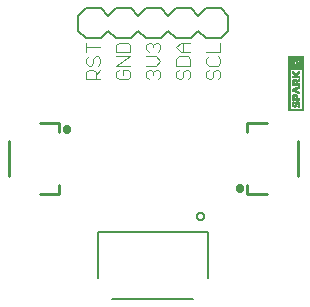
<source format=gto>
G75*
%MOIN*%
%OFA0B0*%
%FSLAX25Y25*%
%IPPOS*%
%LPD*%
%AMOC8*
5,1,8,0,0,1.08239X$1,22.5*
%
%ADD10C,0.00400*%
%ADD11C,0.01000*%
%ADD12C,0.01575*%
%ADD13C,0.00800*%
%ADD14C,0.00500*%
%ADD15C,0.00039*%
D10*
X0181029Y0121388D02*
X0181029Y0123690D01*
X0181797Y0124457D01*
X0183331Y0124457D01*
X0184099Y0123690D01*
X0184099Y0121388D01*
X0185633Y0121388D02*
X0181029Y0121388D01*
X0184099Y0122923D02*
X0185633Y0124457D01*
X0184866Y0125992D02*
X0185633Y0126759D01*
X0185633Y0128294D01*
X0184866Y0129061D01*
X0184099Y0129061D01*
X0183331Y0128294D01*
X0183331Y0126759D01*
X0182564Y0125992D01*
X0181797Y0125992D01*
X0181029Y0126759D01*
X0181029Y0128294D01*
X0181797Y0129061D01*
X0181029Y0130596D02*
X0181029Y0133665D01*
X0181029Y0132131D02*
X0185633Y0132131D01*
X0191029Y0132898D02*
X0191029Y0130596D01*
X0195633Y0130596D01*
X0195633Y0132898D01*
X0194866Y0133665D01*
X0191797Y0133665D01*
X0191029Y0132898D01*
X0191029Y0129061D02*
X0195633Y0129061D01*
X0191029Y0125992D01*
X0195633Y0125992D01*
X0194866Y0124457D02*
X0193331Y0124457D01*
X0193331Y0122923D01*
X0191797Y0124457D02*
X0191029Y0123690D01*
X0191029Y0122156D01*
X0191797Y0121388D01*
X0194866Y0121388D01*
X0195633Y0122156D01*
X0195633Y0123690D01*
X0194866Y0124457D01*
X0201029Y0123690D02*
X0201029Y0122156D01*
X0201797Y0121388D01*
X0203331Y0122923D02*
X0203331Y0123690D01*
X0204099Y0124457D01*
X0204866Y0124457D01*
X0205633Y0123690D01*
X0205633Y0122156D01*
X0204866Y0121388D01*
X0203331Y0123690D02*
X0202564Y0124457D01*
X0201797Y0124457D01*
X0201029Y0123690D01*
X0201029Y0125992D02*
X0204099Y0125992D01*
X0205633Y0127527D01*
X0204099Y0129061D01*
X0201029Y0129061D01*
X0201797Y0130596D02*
X0201029Y0131363D01*
X0201029Y0132898D01*
X0201797Y0133665D01*
X0202564Y0133665D01*
X0203331Y0132898D01*
X0204099Y0133665D01*
X0204866Y0133665D01*
X0205633Y0132898D01*
X0205633Y0131363D01*
X0204866Y0130596D01*
X0203331Y0132131D02*
X0203331Y0132898D01*
X0211029Y0132131D02*
X0212564Y0130596D01*
X0215633Y0130596D01*
X0214866Y0129061D02*
X0211797Y0129061D01*
X0211029Y0128294D01*
X0211029Y0125992D01*
X0215633Y0125992D01*
X0215633Y0128294D01*
X0214866Y0129061D01*
X0213331Y0130596D02*
X0213331Y0133665D01*
X0212564Y0133665D02*
X0215633Y0133665D01*
X0212564Y0133665D02*
X0211029Y0132131D01*
X0221029Y0130596D02*
X0225633Y0130596D01*
X0225633Y0133665D01*
X0224866Y0129061D02*
X0225633Y0128294D01*
X0225633Y0126759D01*
X0224866Y0125992D01*
X0221797Y0125992D01*
X0221029Y0126759D01*
X0221029Y0128294D01*
X0221797Y0129061D01*
X0221797Y0124457D02*
X0221029Y0123690D01*
X0221029Y0122156D01*
X0221797Y0121388D01*
X0222564Y0121388D01*
X0223331Y0122156D01*
X0223331Y0123690D01*
X0224099Y0124457D01*
X0224866Y0124457D01*
X0225633Y0123690D01*
X0225633Y0122156D01*
X0224866Y0121388D01*
X0215633Y0122156D02*
X0215633Y0123690D01*
X0214866Y0124457D01*
X0214099Y0124457D01*
X0213331Y0123690D01*
X0213331Y0122156D01*
X0212564Y0121388D01*
X0211797Y0121388D01*
X0211029Y0122156D01*
X0211029Y0123690D01*
X0211797Y0124457D01*
X0214866Y0121388D02*
X0215633Y0122156D01*
D11*
X0234711Y0106811D02*
X0241207Y0106811D01*
X0234711Y0106811D02*
X0234711Y0103858D01*
X0251444Y0100906D02*
X0251444Y0089094D01*
X0241207Y0083189D02*
X0234711Y0083189D01*
X0234711Y0086142D01*
X0171955Y0086142D02*
X0171955Y0083189D01*
X0165459Y0083189D01*
X0155223Y0089094D02*
X0155223Y0100906D01*
X0171955Y0103858D02*
X0171955Y0106811D01*
X0165459Y0106811D01*
D12*
X0173957Y0104843D02*
X0173959Y0104890D01*
X0173965Y0104936D01*
X0173974Y0104982D01*
X0173988Y0105026D01*
X0174005Y0105070D01*
X0174026Y0105111D01*
X0174050Y0105151D01*
X0174077Y0105189D01*
X0174108Y0105224D01*
X0174141Y0105257D01*
X0174177Y0105287D01*
X0174216Y0105313D01*
X0174256Y0105337D01*
X0174298Y0105356D01*
X0174342Y0105373D01*
X0174387Y0105385D01*
X0174433Y0105394D01*
X0174479Y0105399D01*
X0174526Y0105400D01*
X0174572Y0105397D01*
X0174618Y0105390D01*
X0174664Y0105379D01*
X0174708Y0105365D01*
X0174751Y0105347D01*
X0174792Y0105325D01*
X0174832Y0105300D01*
X0174869Y0105272D01*
X0174904Y0105241D01*
X0174936Y0105207D01*
X0174965Y0105170D01*
X0174990Y0105132D01*
X0175013Y0105091D01*
X0175032Y0105048D01*
X0175047Y0105004D01*
X0175059Y0104959D01*
X0175067Y0104913D01*
X0175071Y0104866D01*
X0175071Y0104820D01*
X0175067Y0104773D01*
X0175059Y0104727D01*
X0175047Y0104682D01*
X0175032Y0104638D01*
X0175013Y0104595D01*
X0174990Y0104554D01*
X0174965Y0104516D01*
X0174936Y0104479D01*
X0174904Y0104445D01*
X0174869Y0104414D01*
X0174832Y0104386D01*
X0174793Y0104361D01*
X0174751Y0104339D01*
X0174708Y0104321D01*
X0174664Y0104307D01*
X0174618Y0104296D01*
X0174572Y0104289D01*
X0174526Y0104286D01*
X0174479Y0104287D01*
X0174433Y0104292D01*
X0174387Y0104301D01*
X0174342Y0104313D01*
X0174298Y0104330D01*
X0174256Y0104349D01*
X0174216Y0104373D01*
X0174177Y0104399D01*
X0174141Y0104429D01*
X0174108Y0104462D01*
X0174077Y0104497D01*
X0174050Y0104535D01*
X0174026Y0104575D01*
X0174005Y0104616D01*
X0173988Y0104660D01*
X0173974Y0104704D01*
X0173965Y0104750D01*
X0173959Y0104796D01*
X0173957Y0104843D01*
X0231595Y0085157D02*
X0231597Y0085204D01*
X0231603Y0085250D01*
X0231612Y0085296D01*
X0231626Y0085340D01*
X0231643Y0085384D01*
X0231664Y0085425D01*
X0231688Y0085465D01*
X0231715Y0085503D01*
X0231746Y0085538D01*
X0231779Y0085571D01*
X0231815Y0085601D01*
X0231854Y0085627D01*
X0231894Y0085651D01*
X0231936Y0085670D01*
X0231980Y0085687D01*
X0232025Y0085699D01*
X0232071Y0085708D01*
X0232117Y0085713D01*
X0232164Y0085714D01*
X0232210Y0085711D01*
X0232256Y0085704D01*
X0232302Y0085693D01*
X0232346Y0085679D01*
X0232389Y0085661D01*
X0232430Y0085639D01*
X0232470Y0085614D01*
X0232507Y0085586D01*
X0232542Y0085555D01*
X0232574Y0085521D01*
X0232603Y0085484D01*
X0232628Y0085446D01*
X0232651Y0085405D01*
X0232670Y0085362D01*
X0232685Y0085318D01*
X0232697Y0085273D01*
X0232705Y0085227D01*
X0232709Y0085180D01*
X0232709Y0085134D01*
X0232705Y0085087D01*
X0232697Y0085041D01*
X0232685Y0084996D01*
X0232670Y0084952D01*
X0232651Y0084909D01*
X0232628Y0084868D01*
X0232603Y0084830D01*
X0232574Y0084793D01*
X0232542Y0084759D01*
X0232507Y0084728D01*
X0232470Y0084700D01*
X0232431Y0084675D01*
X0232389Y0084653D01*
X0232346Y0084635D01*
X0232302Y0084621D01*
X0232256Y0084610D01*
X0232210Y0084603D01*
X0232164Y0084600D01*
X0232117Y0084601D01*
X0232071Y0084606D01*
X0232025Y0084615D01*
X0231980Y0084627D01*
X0231936Y0084644D01*
X0231894Y0084663D01*
X0231854Y0084687D01*
X0231815Y0084713D01*
X0231779Y0084743D01*
X0231746Y0084776D01*
X0231715Y0084811D01*
X0231688Y0084849D01*
X0231664Y0084889D01*
X0231643Y0084930D01*
X0231626Y0084974D01*
X0231612Y0085018D01*
X0231603Y0085064D01*
X0231597Y0085110D01*
X0231595Y0085157D01*
D13*
X0225833Y0135000D02*
X0220833Y0135000D01*
X0218333Y0137500D01*
X0215833Y0135000D01*
X0210833Y0135000D01*
X0208333Y0137500D01*
X0205833Y0135000D01*
X0200833Y0135000D01*
X0198333Y0137500D01*
X0195833Y0135000D01*
X0190833Y0135000D01*
X0188333Y0137500D01*
X0185833Y0135000D01*
X0180833Y0135000D01*
X0178333Y0137500D01*
X0178333Y0142500D01*
X0180833Y0145000D01*
X0185833Y0145000D01*
X0188333Y0142500D01*
X0190833Y0145000D01*
X0195833Y0145000D01*
X0198333Y0142500D01*
X0200833Y0145000D01*
X0205833Y0145000D01*
X0208333Y0142500D01*
X0210833Y0145000D01*
X0215833Y0145000D01*
X0218333Y0142500D01*
X0220833Y0145000D01*
X0225833Y0145000D01*
X0228333Y0142500D01*
X0228333Y0137500D01*
X0225833Y0135000D01*
D14*
X0184829Y0070630D02*
X0184829Y0055276D01*
X0189554Y0048189D02*
X0216719Y0048189D01*
X0221444Y0055276D02*
X0221444Y0070630D01*
X0184829Y0070630D01*
X0217900Y0075748D02*
X0217902Y0075817D01*
X0217908Y0075885D01*
X0217918Y0075953D01*
X0217932Y0076020D01*
X0217950Y0076087D01*
X0217971Y0076152D01*
X0217997Y0076216D01*
X0218026Y0076278D01*
X0218058Y0076338D01*
X0218094Y0076397D01*
X0218134Y0076453D01*
X0218176Y0076507D01*
X0218222Y0076558D01*
X0218271Y0076607D01*
X0218322Y0076653D01*
X0218376Y0076695D01*
X0218432Y0076735D01*
X0218490Y0076771D01*
X0218551Y0076803D01*
X0218613Y0076832D01*
X0218677Y0076858D01*
X0218742Y0076879D01*
X0218809Y0076897D01*
X0218876Y0076911D01*
X0218944Y0076921D01*
X0219012Y0076927D01*
X0219081Y0076929D01*
X0219150Y0076927D01*
X0219218Y0076921D01*
X0219286Y0076911D01*
X0219353Y0076897D01*
X0219420Y0076879D01*
X0219485Y0076858D01*
X0219549Y0076832D01*
X0219611Y0076803D01*
X0219671Y0076771D01*
X0219730Y0076735D01*
X0219786Y0076695D01*
X0219840Y0076653D01*
X0219891Y0076607D01*
X0219940Y0076558D01*
X0219986Y0076507D01*
X0220028Y0076453D01*
X0220068Y0076397D01*
X0220104Y0076338D01*
X0220136Y0076278D01*
X0220165Y0076216D01*
X0220191Y0076152D01*
X0220212Y0076087D01*
X0220230Y0076020D01*
X0220244Y0075953D01*
X0220254Y0075885D01*
X0220260Y0075817D01*
X0220262Y0075748D01*
X0220260Y0075679D01*
X0220254Y0075611D01*
X0220244Y0075543D01*
X0220230Y0075476D01*
X0220212Y0075409D01*
X0220191Y0075344D01*
X0220165Y0075280D01*
X0220136Y0075218D01*
X0220104Y0075157D01*
X0220068Y0075099D01*
X0220028Y0075043D01*
X0219986Y0074989D01*
X0219940Y0074938D01*
X0219891Y0074889D01*
X0219840Y0074843D01*
X0219786Y0074801D01*
X0219730Y0074761D01*
X0219672Y0074725D01*
X0219611Y0074693D01*
X0219549Y0074664D01*
X0219485Y0074638D01*
X0219420Y0074617D01*
X0219353Y0074599D01*
X0219286Y0074585D01*
X0219218Y0074575D01*
X0219150Y0074569D01*
X0219081Y0074567D01*
X0219012Y0074569D01*
X0218944Y0074575D01*
X0218876Y0074585D01*
X0218809Y0074599D01*
X0218742Y0074617D01*
X0218677Y0074638D01*
X0218613Y0074664D01*
X0218551Y0074693D01*
X0218490Y0074725D01*
X0218432Y0074761D01*
X0218376Y0074801D01*
X0218322Y0074843D01*
X0218271Y0074889D01*
X0218222Y0074938D01*
X0218176Y0074989D01*
X0218134Y0075043D01*
X0218094Y0075099D01*
X0218058Y0075157D01*
X0218026Y0075218D01*
X0217997Y0075280D01*
X0217971Y0075344D01*
X0217950Y0075409D01*
X0217932Y0075476D01*
X0217918Y0075543D01*
X0217908Y0075611D01*
X0217902Y0075679D01*
X0217900Y0075748D01*
D15*
X0248342Y0111000D02*
X0248342Y0129000D01*
X0251076Y0129000D01*
X0253325Y0129000D01*
X0253325Y0124817D01*
X0252862Y0124817D01*
X0252862Y0124979D01*
X0251076Y0124979D01*
X0251076Y0126496D01*
X0252041Y0125834D01*
X0252041Y0126437D01*
X0251213Y0126982D01*
X0252041Y0127524D01*
X0252041Y0128149D01*
X0251076Y0127490D01*
X0251076Y0129000D01*
X0251076Y0127490D01*
X0250806Y0127306D01*
X0249627Y0128113D01*
X0249627Y0127510D01*
X0250410Y0126998D01*
X0249627Y0126491D01*
X0249627Y0125870D01*
X0250814Y0126676D01*
X0251076Y0126496D01*
X0251076Y0124979D01*
X0248805Y0124979D01*
X0248805Y0111463D01*
X0252862Y0111463D01*
X0252862Y0124817D01*
X0253325Y0124817D01*
X0253325Y0111000D01*
X0248342Y0111000D01*
X0248342Y0111027D02*
X0253325Y0111027D01*
X0253325Y0111065D02*
X0248342Y0111065D01*
X0248342Y0111103D02*
X0253325Y0111103D01*
X0253325Y0111141D02*
X0248342Y0111141D01*
X0248342Y0111179D02*
X0253325Y0111179D01*
X0253325Y0111217D02*
X0248342Y0111217D01*
X0248342Y0111255D02*
X0253325Y0111255D01*
X0253325Y0111292D02*
X0248342Y0111292D01*
X0248342Y0111330D02*
X0253325Y0111330D01*
X0253325Y0111368D02*
X0248342Y0111368D01*
X0248342Y0111406D02*
X0253325Y0111406D01*
X0253325Y0111444D02*
X0248342Y0111444D01*
X0248342Y0111482D02*
X0248805Y0111482D01*
X0248805Y0111520D02*
X0248342Y0111520D01*
X0248342Y0111558D02*
X0248805Y0111558D01*
X0248805Y0111595D02*
X0248342Y0111595D01*
X0248342Y0111633D02*
X0248805Y0111633D01*
X0248805Y0111671D02*
X0248342Y0111671D01*
X0248342Y0111709D02*
X0248805Y0111709D01*
X0248805Y0111747D02*
X0248342Y0111747D01*
X0248342Y0111785D02*
X0248805Y0111785D01*
X0248805Y0111823D02*
X0248342Y0111823D01*
X0248342Y0111861D02*
X0248805Y0111861D01*
X0248805Y0111899D02*
X0248342Y0111899D01*
X0248342Y0111936D02*
X0248805Y0111936D01*
X0248805Y0111974D02*
X0248342Y0111974D01*
X0248342Y0112012D02*
X0248805Y0112012D01*
X0248805Y0112050D02*
X0248342Y0112050D01*
X0248342Y0112088D02*
X0248805Y0112088D01*
X0248805Y0112126D02*
X0248342Y0112126D01*
X0248342Y0112164D02*
X0248805Y0112164D01*
X0248805Y0112202D02*
X0248342Y0112202D01*
X0248342Y0112239D02*
X0248805Y0112239D01*
X0248805Y0112277D02*
X0248342Y0112277D01*
X0248342Y0112315D02*
X0248805Y0112315D01*
X0248805Y0112353D02*
X0248342Y0112353D01*
X0248342Y0112391D02*
X0248805Y0112391D01*
X0248805Y0112429D02*
X0248342Y0112429D01*
X0248342Y0112467D02*
X0248805Y0112467D01*
X0248805Y0112505D02*
X0248342Y0112505D01*
X0248342Y0112543D02*
X0248805Y0112543D01*
X0248805Y0112580D02*
X0248342Y0112580D01*
X0248342Y0112618D02*
X0248805Y0112618D01*
X0248805Y0112656D02*
X0248342Y0112656D01*
X0248342Y0112694D02*
X0248805Y0112694D01*
X0248805Y0112732D02*
X0248342Y0112732D01*
X0248342Y0112770D02*
X0248805Y0112770D01*
X0248805Y0112808D02*
X0248342Y0112808D01*
X0248342Y0112846D02*
X0248805Y0112846D01*
X0248805Y0112883D02*
X0248342Y0112883D01*
X0248342Y0112921D02*
X0248805Y0112921D01*
X0248805Y0112959D02*
X0248342Y0112959D01*
X0248342Y0112997D02*
X0248805Y0112997D01*
X0248805Y0113035D02*
X0248342Y0113035D01*
X0248342Y0113073D02*
X0248805Y0113073D01*
X0248805Y0113111D02*
X0248342Y0113111D01*
X0248342Y0113149D02*
X0248805Y0113149D01*
X0248805Y0113187D02*
X0248342Y0113187D01*
X0248342Y0113224D02*
X0248805Y0113224D01*
X0248805Y0113262D02*
X0248342Y0113262D01*
X0248342Y0113300D02*
X0248805Y0113300D01*
X0248805Y0113338D02*
X0248342Y0113338D01*
X0248342Y0113376D02*
X0248805Y0113376D01*
X0248805Y0113414D02*
X0248342Y0113414D01*
X0248342Y0113452D02*
X0248805Y0113452D01*
X0248805Y0113490D02*
X0248342Y0113490D01*
X0248342Y0113527D02*
X0248805Y0113527D01*
X0248805Y0113565D02*
X0248342Y0113565D01*
X0248342Y0113603D02*
X0248805Y0113603D01*
X0248805Y0113641D02*
X0248342Y0113641D01*
X0248342Y0113679D02*
X0248805Y0113679D01*
X0248805Y0113717D02*
X0248342Y0113717D01*
X0248342Y0113755D02*
X0248805Y0113755D01*
X0248805Y0113793D02*
X0248342Y0113793D01*
X0248342Y0113830D02*
X0248805Y0113830D01*
X0248805Y0113868D02*
X0248342Y0113868D01*
X0248342Y0113906D02*
X0248805Y0113906D01*
X0248805Y0113944D02*
X0248342Y0113944D01*
X0248342Y0113982D02*
X0248805Y0113982D01*
X0248805Y0114020D02*
X0248342Y0114020D01*
X0248342Y0114058D02*
X0248805Y0114058D01*
X0248805Y0114096D02*
X0248342Y0114096D01*
X0248342Y0114134D02*
X0248805Y0114134D01*
X0248805Y0114171D02*
X0248342Y0114171D01*
X0248342Y0114209D02*
X0248805Y0114209D01*
X0248805Y0114247D02*
X0248342Y0114247D01*
X0248342Y0114285D02*
X0248805Y0114285D01*
X0248805Y0114323D02*
X0248342Y0114323D01*
X0248342Y0114361D02*
X0248805Y0114361D01*
X0248805Y0114399D02*
X0248342Y0114399D01*
X0248342Y0114437D02*
X0248805Y0114437D01*
X0248805Y0114474D02*
X0248342Y0114474D01*
X0248342Y0114512D02*
X0248805Y0114512D01*
X0248805Y0114550D02*
X0248342Y0114550D01*
X0248342Y0114588D02*
X0248805Y0114588D01*
X0248805Y0114626D02*
X0248342Y0114626D01*
X0248342Y0114664D02*
X0248805Y0114664D01*
X0248805Y0114702D02*
X0248342Y0114702D01*
X0248342Y0114740D02*
X0248805Y0114740D01*
X0248805Y0114778D02*
X0248342Y0114778D01*
X0248342Y0114815D02*
X0248805Y0114815D01*
X0248805Y0114853D02*
X0248342Y0114853D01*
X0248342Y0114891D02*
X0248805Y0114891D01*
X0248805Y0114929D02*
X0248342Y0114929D01*
X0248342Y0114967D02*
X0248805Y0114967D01*
X0248805Y0115005D02*
X0248342Y0115005D01*
X0248342Y0115043D02*
X0248805Y0115043D01*
X0248805Y0115081D02*
X0248342Y0115081D01*
X0248342Y0115118D02*
X0248805Y0115118D01*
X0248805Y0115156D02*
X0248342Y0115156D01*
X0248342Y0115194D02*
X0248805Y0115194D01*
X0248805Y0115232D02*
X0248342Y0115232D01*
X0248342Y0115270D02*
X0248805Y0115270D01*
X0248805Y0115308D02*
X0248342Y0115308D01*
X0248342Y0115346D02*
X0248805Y0115346D01*
X0248805Y0115384D02*
X0248342Y0115384D01*
X0248342Y0115422D02*
X0248805Y0115422D01*
X0248805Y0115459D02*
X0248342Y0115459D01*
X0248342Y0115497D02*
X0248805Y0115497D01*
X0248805Y0115535D02*
X0248342Y0115535D01*
X0248342Y0115573D02*
X0248805Y0115573D01*
X0248805Y0115611D02*
X0248342Y0115611D01*
X0248342Y0115649D02*
X0248805Y0115649D01*
X0248805Y0115687D02*
X0248342Y0115687D01*
X0248342Y0115725D02*
X0248805Y0115725D01*
X0248805Y0115762D02*
X0248342Y0115762D01*
X0248342Y0115800D02*
X0248805Y0115800D01*
X0248805Y0115838D02*
X0248342Y0115838D01*
X0248342Y0115876D02*
X0248805Y0115876D01*
X0248805Y0115914D02*
X0248342Y0115914D01*
X0248342Y0115952D02*
X0248805Y0115952D01*
X0248805Y0115990D02*
X0248342Y0115990D01*
X0248342Y0116028D02*
X0248805Y0116028D01*
X0248805Y0116066D02*
X0248342Y0116066D01*
X0248342Y0116103D02*
X0248805Y0116103D01*
X0248805Y0116141D02*
X0248342Y0116141D01*
X0248342Y0116179D02*
X0248805Y0116179D01*
X0248805Y0116217D02*
X0248342Y0116217D01*
X0248342Y0116255D02*
X0248805Y0116255D01*
X0248805Y0116293D02*
X0248342Y0116293D01*
X0248342Y0116331D02*
X0248805Y0116331D01*
X0248805Y0116369D02*
X0248342Y0116369D01*
X0248342Y0116406D02*
X0248805Y0116406D01*
X0248805Y0116444D02*
X0248342Y0116444D01*
X0248342Y0116482D02*
X0248805Y0116482D01*
X0248805Y0116520D02*
X0248342Y0116520D01*
X0248342Y0116558D02*
X0248805Y0116558D01*
X0248805Y0116596D02*
X0248342Y0116596D01*
X0248342Y0116634D02*
X0248805Y0116634D01*
X0248805Y0116672D02*
X0248342Y0116672D01*
X0248342Y0116709D02*
X0248805Y0116709D01*
X0248805Y0116747D02*
X0248342Y0116747D01*
X0248342Y0116785D02*
X0248805Y0116785D01*
X0248805Y0116823D02*
X0248342Y0116823D01*
X0248342Y0116861D02*
X0248805Y0116861D01*
X0248805Y0116899D02*
X0248342Y0116899D01*
X0248342Y0116937D02*
X0248805Y0116937D01*
X0248805Y0116975D02*
X0248342Y0116975D01*
X0248342Y0117013D02*
X0248805Y0117013D01*
X0248805Y0117050D02*
X0248342Y0117050D01*
X0248342Y0117088D02*
X0248805Y0117088D01*
X0248805Y0117126D02*
X0248342Y0117126D01*
X0248342Y0117164D02*
X0248805Y0117164D01*
X0248805Y0117202D02*
X0248342Y0117202D01*
X0248342Y0117240D02*
X0248805Y0117240D01*
X0248805Y0117278D02*
X0248342Y0117278D01*
X0248342Y0117316D02*
X0248805Y0117316D01*
X0248805Y0117353D02*
X0248342Y0117353D01*
X0248342Y0117391D02*
X0248805Y0117391D01*
X0248805Y0117429D02*
X0248342Y0117429D01*
X0248342Y0117467D02*
X0248805Y0117467D01*
X0248805Y0117505D02*
X0248342Y0117505D01*
X0248342Y0117543D02*
X0248805Y0117543D01*
X0248805Y0117581D02*
X0248342Y0117581D01*
X0248342Y0117619D02*
X0248805Y0117619D01*
X0248805Y0117657D02*
X0248342Y0117657D01*
X0248342Y0117694D02*
X0248805Y0117694D01*
X0248805Y0117732D02*
X0248342Y0117732D01*
X0248342Y0117770D02*
X0248805Y0117770D01*
X0248805Y0117808D02*
X0248342Y0117808D01*
X0248342Y0117846D02*
X0248805Y0117846D01*
X0248805Y0117884D02*
X0248342Y0117884D01*
X0248342Y0117922D02*
X0248805Y0117922D01*
X0248805Y0117960D02*
X0248342Y0117960D01*
X0248342Y0117997D02*
X0248805Y0117997D01*
X0248805Y0118035D02*
X0248342Y0118035D01*
X0248342Y0118073D02*
X0248805Y0118073D01*
X0248805Y0118111D02*
X0248342Y0118111D01*
X0248342Y0118149D02*
X0248805Y0118149D01*
X0248805Y0118187D02*
X0248342Y0118187D01*
X0248342Y0118225D02*
X0248805Y0118225D01*
X0248805Y0118263D02*
X0248342Y0118263D01*
X0248342Y0118301D02*
X0248805Y0118301D01*
X0248805Y0118338D02*
X0248342Y0118338D01*
X0248342Y0118376D02*
X0248805Y0118376D01*
X0248805Y0118414D02*
X0248342Y0118414D01*
X0248342Y0118452D02*
X0248805Y0118452D01*
X0248805Y0118490D02*
X0248342Y0118490D01*
X0248342Y0118528D02*
X0248805Y0118528D01*
X0248805Y0118566D02*
X0248342Y0118566D01*
X0248342Y0118604D02*
X0248805Y0118604D01*
X0248805Y0118641D02*
X0248342Y0118641D01*
X0248342Y0118679D02*
X0248805Y0118679D01*
X0248805Y0118717D02*
X0248342Y0118717D01*
X0248342Y0118755D02*
X0248805Y0118755D01*
X0248805Y0118793D02*
X0248342Y0118793D01*
X0248342Y0118831D02*
X0248805Y0118831D01*
X0248805Y0118869D02*
X0248342Y0118869D01*
X0248342Y0118907D02*
X0248805Y0118907D01*
X0248805Y0118944D02*
X0248342Y0118944D01*
X0248342Y0118982D02*
X0248805Y0118982D01*
X0248805Y0119020D02*
X0248342Y0119020D01*
X0248342Y0119058D02*
X0248805Y0119058D01*
X0248805Y0119096D02*
X0248342Y0119096D01*
X0248342Y0119134D02*
X0248805Y0119134D01*
X0248805Y0119172D02*
X0248342Y0119172D01*
X0248342Y0119210D02*
X0248805Y0119210D01*
X0248805Y0119248D02*
X0248342Y0119248D01*
X0248342Y0119285D02*
X0248805Y0119285D01*
X0248805Y0119323D02*
X0248342Y0119323D01*
X0248342Y0119361D02*
X0248805Y0119361D01*
X0248805Y0119399D02*
X0248342Y0119399D01*
X0248342Y0119437D02*
X0248805Y0119437D01*
X0248805Y0119475D02*
X0248342Y0119475D01*
X0248342Y0119513D02*
X0248805Y0119513D01*
X0248805Y0119551D02*
X0248342Y0119551D01*
X0248342Y0119588D02*
X0248805Y0119588D01*
X0248805Y0119626D02*
X0248342Y0119626D01*
X0248342Y0119664D02*
X0248805Y0119664D01*
X0248805Y0119702D02*
X0248342Y0119702D01*
X0248342Y0119740D02*
X0248805Y0119740D01*
X0248805Y0119778D02*
X0248342Y0119778D01*
X0248342Y0119816D02*
X0248805Y0119816D01*
X0248805Y0119854D02*
X0248342Y0119854D01*
X0248342Y0119892D02*
X0248805Y0119892D01*
X0248805Y0119929D02*
X0248342Y0119929D01*
X0248342Y0119967D02*
X0248805Y0119967D01*
X0248805Y0120005D02*
X0248342Y0120005D01*
X0248342Y0120043D02*
X0248805Y0120043D01*
X0248805Y0120081D02*
X0248342Y0120081D01*
X0248342Y0120119D02*
X0248805Y0120119D01*
X0248805Y0120157D02*
X0248342Y0120157D01*
X0248342Y0120195D02*
X0248805Y0120195D01*
X0248805Y0120232D02*
X0248342Y0120232D01*
X0248342Y0120270D02*
X0248805Y0120270D01*
X0248805Y0120308D02*
X0248342Y0120308D01*
X0248342Y0120346D02*
X0248805Y0120346D01*
X0248805Y0120384D02*
X0248342Y0120384D01*
X0248342Y0120422D02*
X0248805Y0120422D01*
X0248805Y0120460D02*
X0248342Y0120460D01*
X0248342Y0120498D02*
X0248805Y0120498D01*
X0248805Y0120536D02*
X0248342Y0120536D01*
X0248342Y0120573D02*
X0248805Y0120573D01*
X0248805Y0120611D02*
X0248342Y0120611D01*
X0248342Y0120649D02*
X0248805Y0120649D01*
X0248805Y0120687D02*
X0248342Y0120687D01*
X0248342Y0120725D02*
X0248805Y0120725D01*
X0248805Y0120763D02*
X0248342Y0120763D01*
X0248342Y0120801D02*
X0248805Y0120801D01*
X0248805Y0120839D02*
X0248342Y0120839D01*
X0248342Y0120876D02*
X0248805Y0120876D01*
X0248805Y0120914D02*
X0248342Y0120914D01*
X0248342Y0120952D02*
X0248805Y0120952D01*
X0248805Y0120990D02*
X0248342Y0120990D01*
X0248342Y0121028D02*
X0248805Y0121028D01*
X0248805Y0121066D02*
X0248342Y0121066D01*
X0248342Y0121104D02*
X0248805Y0121104D01*
X0248805Y0121142D02*
X0248342Y0121142D01*
X0248342Y0121179D02*
X0248805Y0121179D01*
X0248805Y0121217D02*
X0248342Y0121217D01*
X0248342Y0121255D02*
X0248805Y0121255D01*
X0248805Y0121293D02*
X0248342Y0121293D01*
X0248342Y0121331D02*
X0248805Y0121331D01*
X0248805Y0121369D02*
X0248342Y0121369D01*
X0248342Y0121407D02*
X0248805Y0121407D01*
X0248805Y0121445D02*
X0248342Y0121445D01*
X0248342Y0121483D02*
X0248805Y0121483D01*
X0248805Y0121520D02*
X0248342Y0121520D01*
X0248342Y0121558D02*
X0248805Y0121558D01*
X0248805Y0121596D02*
X0248342Y0121596D01*
X0248342Y0121634D02*
X0248805Y0121634D01*
X0248805Y0121672D02*
X0248342Y0121672D01*
X0248342Y0121710D02*
X0248805Y0121710D01*
X0248805Y0121748D02*
X0248342Y0121748D01*
X0248342Y0121786D02*
X0248805Y0121786D01*
X0248805Y0121823D02*
X0248342Y0121823D01*
X0248342Y0121861D02*
X0248805Y0121861D01*
X0248805Y0121899D02*
X0248342Y0121899D01*
X0248342Y0121937D02*
X0248805Y0121937D01*
X0248805Y0121975D02*
X0248342Y0121975D01*
X0248342Y0122013D02*
X0248805Y0122013D01*
X0248805Y0122051D02*
X0248342Y0122051D01*
X0248342Y0122089D02*
X0248805Y0122089D01*
X0248805Y0122127D02*
X0248342Y0122127D01*
X0248342Y0122164D02*
X0248805Y0122164D01*
X0248805Y0122202D02*
X0248342Y0122202D01*
X0248342Y0122240D02*
X0248805Y0122240D01*
X0248805Y0122278D02*
X0248342Y0122278D01*
X0248342Y0122316D02*
X0248805Y0122316D01*
X0248805Y0122354D02*
X0248342Y0122354D01*
X0248342Y0122392D02*
X0248805Y0122392D01*
X0248805Y0122430D02*
X0248342Y0122430D01*
X0248342Y0122467D02*
X0248805Y0122467D01*
X0248805Y0122505D02*
X0248342Y0122505D01*
X0248342Y0122543D02*
X0248805Y0122543D01*
X0248805Y0122581D02*
X0248342Y0122581D01*
X0248342Y0122619D02*
X0248805Y0122619D01*
X0248805Y0122657D02*
X0248342Y0122657D01*
X0248342Y0122695D02*
X0248805Y0122695D01*
X0248805Y0122733D02*
X0248342Y0122733D01*
X0248342Y0122771D02*
X0248805Y0122771D01*
X0248805Y0122808D02*
X0248342Y0122808D01*
X0248342Y0122846D02*
X0248805Y0122846D01*
X0248805Y0122884D02*
X0248342Y0122884D01*
X0248342Y0122922D02*
X0248805Y0122922D01*
X0248805Y0122960D02*
X0248342Y0122960D01*
X0248342Y0122998D02*
X0248805Y0122998D01*
X0248805Y0123036D02*
X0248342Y0123036D01*
X0248342Y0123074D02*
X0248805Y0123074D01*
X0248805Y0123111D02*
X0248342Y0123111D01*
X0248342Y0123149D02*
X0248805Y0123149D01*
X0248805Y0123187D02*
X0248342Y0123187D01*
X0248342Y0123225D02*
X0248805Y0123225D01*
X0248805Y0123263D02*
X0248342Y0123263D01*
X0248342Y0123301D02*
X0248805Y0123301D01*
X0248805Y0123339D02*
X0248342Y0123339D01*
X0248342Y0123377D02*
X0248805Y0123377D01*
X0248805Y0123414D02*
X0248342Y0123414D01*
X0248342Y0123452D02*
X0248805Y0123452D01*
X0248805Y0123490D02*
X0248342Y0123490D01*
X0248342Y0123528D02*
X0248805Y0123528D01*
X0248805Y0123566D02*
X0248342Y0123566D01*
X0248342Y0123604D02*
X0248805Y0123604D01*
X0248805Y0123642D02*
X0248342Y0123642D01*
X0248342Y0123680D02*
X0248805Y0123680D01*
X0248805Y0123718D02*
X0248342Y0123718D01*
X0248342Y0123755D02*
X0248805Y0123755D01*
X0248805Y0123793D02*
X0248342Y0123793D01*
X0248342Y0123831D02*
X0248805Y0123831D01*
X0248805Y0123869D02*
X0248342Y0123869D01*
X0248342Y0123907D02*
X0248805Y0123907D01*
X0248805Y0123945D02*
X0248342Y0123945D01*
X0248342Y0123983D02*
X0248805Y0123983D01*
X0248805Y0124021D02*
X0248342Y0124021D01*
X0248342Y0124058D02*
X0248805Y0124058D01*
X0248805Y0124096D02*
X0248342Y0124096D01*
X0248342Y0124134D02*
X0248805Y0124134D01*
X0248805Y0124172D02*
X0248342Y0124172D01*
X0248342Y0124210D02*
X0248805Y0124210D01*
X0248805Y0124248D02*
X0248342Y0124248D01*
X0248342Y0124286D02*
X0248805Y0124286D01*
X0248805Y0124324D02*
X0248342Y0124324D01*
X0248342Y0124362D02*
X0248805Y0124362D01*
X0248805Y0124399D02*
X0248342Y0124399D01*
X0248342Y0124437D02*
X0248805Y0124437D01*
X0248805Y0124475D02*
X0248342Y0124475D01*
X0248342Y0124513D02*
X0248805Y0124513D01*
X0248805Y0124551D02*
X0248342Y0124551D01*
X0248342Y0124589D02*
X0248805Y0124589D01*
X0248805Y0124627D02*
X0248342Y0124627D01*
X0248342Y0124665D02*
X0248805Y0124665D01*
X0248805Y0124702D02*
X0248342Y0124702D01*
X0248342Y0124740D02*
X0248805Y0124740D01*
X0248805Y0124778D02*
X0248342Y0124778D01*
X0248342Y0124816D02*
X0248805Y0124816D01*
X0248805Y0124854D02*
X0248342Y0124854D01*
X0248342Y0124892D02*
X0248805Y0124892D01*
X0248805Y0124930D02*
X0248342Y0124930D01*
X0248342Y0124968D02*
X0248805Y0124968D01*
X0248342Y0125006D02*
X0251076Y0125006D01*
X0253325Y0125006D01*
X0253325Y0125043D02*
X0251076Y0125043D01*
X0248342Y0125043D01*
X0248342Y0125081D02*
X0251076Y0125081D01*
X0253325Y0125081D01*
X0253325Y0125119D02*
X0251076Y0125119D01*
X0248342Y0125119D01*
X0248342Y0125157D02*
X0251076Y0125157D01*
X0253325Y0125157D01*
X0253325Y0125195D02*
X0251076Y0125195D01*
X0248342Y0125195D01*
X0248342Y0125233D02*
X0251076Y0125233D01*
X0253325Y0125233D01*
X0253325Y0125271D02*
X0251076Y0125271D01*
X0248342Y0125271D01*
X0248342Y0125309D02*
X0251076Y0125309D01*
X0253325Y0125309D01*
X0253325Y0125346D02*
X0251076Y0125346D01*
X0248342Y0125346D01*
X0248342Y0125384D02*
X0251076Y0125384D01*
X0253325Y0125384D01*
X0253325Y0125422D02*
X0251076Y0125422D01*
X0248342Y0125422D01*
X0248342Y0125460D02*
X0251076Y0125460D01*
X0253325Y0125460D01*
X0253325Y0125498D02*
X0251076Y0125498D01*
X0248342Y0125498D01*
X0248342Y0125536D02*
X0251076Y0125536D01*
X0253325Y0125536D01*
X0253325Y0125574D02*
X0251076Y0125574D01*
X0248342Y0125574D01*
X0248342Y0125612D02*
X0251076Y0125612D01*
X0253325Y0125612D01*
X0253325Y0125649D02*
X0251076Y0125649D01*
X0248342Y0125649D01*
X0248342Y0125687D02*
X0251076Y0125687D01*
X0253325Y0125687D01*
X0253325Y0125725D02*
X0251076Y0125725D01*
X0248342Y0125725D01*
X0248342Y0125763D02*
X0251076Y0125763D01*
X0253325Y0125763D01*
X0253325Y0125801D02*
X0251076Y0125801D01*
X0248342Y0125801D01*
X0248342Y0125839D02*
X0251076Y0125839D01*
X0252034Y0125839D01*
X0252041Y0125839D02*
X0253325Y0125839D01*
X0253325Y0125877D02*
X0252041Y0125877D01*
X0252041Y0125915D02*
X0253325Y0125915D01*
X0253325Y0125953D02*
X0252041Y0125953D01*
X0252041Y0125990D02*
X0253325Y0125990D01*
X0253325Y0126028D02*
X0252041Y0126028D01*
X0252041Y0126066D02*
X0253325Y0126066D01*
X0253325Y0126104D02*
X0252041Y0126104D01*
X0252041Y0126142D02*
X0253325Y0126142D01*
X0253325Y0126180D02*
X0252041Y0126180D01*
X0252041Y0126218D02*
X0253325Y0126218D01*
X0253325Y0126256D02*
X0252041Y0126256D01*
X0252041Y0126293D02*
X0253325Y0126293D01*
X0253325Y0126331D02*
X0252041Y0126331D01*
X0252041Y0126369D02*
X0253325Y0126369D01*
X0253325Y0126407D02*
X0252041Y0126407D01*
X0252029Y0126445D02*
X0253325Y0126445D01*
X0253325Y0126483D02*
X0251971Y0126483D01*
X0251914Y0126521D02*
X0253325Y0126521D01*
X0253325Y0126559D02*
X0251856Y0126559D01*
X0251799Y0126597D02*
X0253325Y0126597D01*
X0253325Y0126634D02*
X0251741Y0126634D01*
X0251684Y0126672D02*
X0253325Y0126672D01*
X0253325Y0126710D02*
X0251626Y0126710D01*
X0251569Y0126748D02*
X0253325Y0126748D01*
X0253325Y0126786D02*
X0251511Y0126786D01*
X0251454Y0126824D02*
X0253325Y0126824D01*
X0253325Y0126862D02*
X0251396Y0126862D01*
X0251339Y0126900D02*
X0253325Y0126900D01*
X0253325Y0126937D02*
X0251281Y0126937D01*
X0251224Y0126975D02*
X0253325Y0126975D01*
X0253325Y0127013D02*
X0251261Y0127013D01*
X0251318Y0127051D02*
X0253325Y0127051D01*
X0253325Y0127089D02*
X0251376Y0127089D01*
X0251434Y0127127D02*
X0253325Y0127127D01*
X0253325Y0127165D02*
X0251492Y0127165D01*
X0251550Y0127203D02*
X0253325Y0127203D01*
X0253325Y0127241D02*
X0251608Y0127241D01*
X0251666Y0127278D02*
X0253325Y0127278D01*
X0253325Y0127316D02*
X0251724Y0127316D01*
X0251782Y0127354D02*
X0253325Y0127354D01*
X0253325Y0127392D02*
X0251839Y0127392D01*
X0251897Y0127430D02*
X0253325Y0127430D01*
X0253325Y0127468D02*
X0251955Y0127468D01*
X0252013Y0127506D02*
X0253325Y0127506D01*
X0253325Y0127544D02*
X0252041Y0127544D01*
X0252041Y0127581D02*
X0253325Y0127581D01*
X0253325Y0127619D02*
X0252041Y0127619D01*
X0252041Y0127657D02*
X0253325Y0127657D01*
X0253325Y0127695D02*
X0252041Y0127695D01*
X0252041Y0127733D02*
X0253325Y0127733D01*
X0253325Y0127771D02*
X0252041Y0127771D01*
X0252041Y0127809D02*
X0253325Y0127809D01*
X0253325Y0127847D02*
X0252041Y0127847D01*
X0252041Y0127884D02*
X0253325Y0127884D01*
X0253325Y0127922D02*
X0252041Y0127922D01*
X0252041Y0127960D02*
X0253325Y0127960D01*
X0253325Y0127998D02*
X0252041Y0127998D01*
X0252041Y0128036D02*
X0253325Y0128036D01*
X0253325Y0128074D02*
X0252041Y0128074D01*
X0252041Y0128112D02*
X0253325Y0128112D01*
X0253325Y0128150D02*
X0251076Y0128150D01*
X0248342Y0128150D01*
X0248342Y0128188D02*
X0251076Y0128188D01*
X0253325Y0128188D01*
X0253325Y0128225D02*
X0251076Y0128225D01*
X0248342Y0128225D01*
X0248342Y0128263D02*
X0251076Y0128263D01*
X0253325Y0128263D01*
X0253325Y0128301D02*
X0251076Y0128301D01*
X0248342Y0128301D01*
X0248342Y0128339D02*
X0251076Y0128339D01*
X0253325Y0128339D01*
X0253325Y0128377D02*
X0251076Y0128377D01*
X0248342Y0128377D01*
X0248342Y0128415D02*
X0251076Y0128415D01*
X0253325Y0128415D01*
X0253325Y0128453D02*
X0251076Y0128453D01*
X0248342Y0128453D01*
X0248342Y0128491D02*
X0251076Y0128491D01*
X0253325Y0128491D01*
X0253325Y0128528D02*
X0251076Y0128528D01*
X0248342Y0128528D01*
X0248342Y0128566D02*
X0251076Y0128566D01*
X0253325Y0128566D01*
X0253325Y0128604D02*
X0251076Y0128604D01*
X0248342Y0128604D01*
X0248342Y0128642D02*
X0251076Y0128642D01*
X0253325Y0128642D01*
X0253325Y0128680D02*
X0251076Y0128680D01*
X0248342Y0128680D01*
X0248342Y0128718D02*
X0251076Y0128718D01*
X0253325Y0128718D01*
X0253325Y0128756D02*
X0251076Y0128756D01*
X0248342Y0128756D01*
X0248342Y0128794D02*
X0251076Y0128794D01*
X0253325Y0128794D01*
X0253325Y0128832D02*
X0251076Y0128832D01*
X0248342Y0128832D01*
X0248342Y0128869D02*
X0251076Y0128869D01*
X0253325Y0128869D01*
X0253325Y0128907D02*
X0251076Y0128907D01*
X0248342Y0128907D01*
X0248342Y0128945D02*
X0251076Y0128945D01*
X0253325Y0128945D01*
X0253325Y0128983D02*
X0251076Y0128983D01*
X0248342Y0128983D01*
X0248342Y0128112D02*
X0249627Y0128112D01*
X0249629Y0128112D02*
X0251076Y0128112D01*
X0251987Y0128112D01*
X0251932Y0128074D02*
X0251076Y0128074D01*
X0249684Y0128074D01*
X0249627Y0128074D02*
X0248342Y0128074D01*
X0248342Y0128036D02*
X0249627Y0128036D01*
X0249627Y0127998D02*
X0248342Y0127998D01*
X0248342Y0127960D02*
X0249627Y0127960D01*
X0249627Y0127922D02*
X0248342Y0127922D01*
X0248342Y0127884D02*
X0249627Y0127884D01*
X0249627Y0127847D02*
X0248342Y0127847D01*
X0248342Y0127809D02*
X0249627Y0127809D01*
X0249627Y0127771D02*
X0248342Y0127771D01*
X0248342Y0127733D02*
X0249627Y0127733D01*
X0249627Y0127695D02*
X0248342Y0127695D01*
X0248342Y0127657D02*
X0249627Y0127657D01*
X0249627Y0127619D02*
X0248342Y0127619D01*
X0248342Y0127581D02*
X0249627Y0127581D01*
X0249627Y0127544D02*
X0248342Y0127544D01*
X0248342Y0127506D02*
X0249633Y0127506D01*
X0249691Y0127468D02*
X0248342Y0127468D01*
X0248342Y0127430D02*
X0249749Y0127430D01*
X0249807Y0127392D02*
X0248342Y0127392D01*
X0248342Y0127354D02*
X0249865Y0127354D01*
X0249923Y0127316D02*
X0248342Y0127316D01*
X0248342Y0127278D02*
X0249981Y0127278D01*
X0250039Y0127241D02*
X0248342Y0127241D01*
X0248342Y0127203D02*
X0250098Y0127203D01*
X0250156Y0127165D02*
X0248342Y0127165D01*
X0248342Y0127127D02*
X0250214Y0127127D01*
X0250272Y0127089D02*
X0248342Y0127089D01*
X0248342Y0127051D02*
X0250330Y0127051D01*
X0250388Y0127013D02*
X0248342Y0127013D01*
X0248342Y0126975D02*
X0250375Y0126975D01*
X0250316Y0126937D02*
X0248342Y0126937D01*
X0248342Y0126900D02*
X0250258Y0126900D01*
X0250199Y0126862D02*
X0248342Y0126862D01*
X0248342Y0126824D02*
X0250141Y0126824D01*
X0250083Y0126786D02*
X0248342Y0126786D01*
X0248342Y0126748D02*
X0250024Y0126748D01*
X0249966Y0126710D02*
X0248342Y0126710D01*
X0248342Y0126672D02*
X0249907Y0126672D01*
X0249849Y0126634D02*
X0248342Y0126634D01*
X0248342Y0126597D02*
X0249790Y0126597D01*
X0249732Y0126559D02*
X0248342Y0126559D01*
X0248342Y0126521D02*
X0249674Y0126521D01*
X0249627Y0126483D02*
X0248342Y0126483D01*
X0248342Y0126445D02*
X0249627Y0126445D01*
X0249627Y0126407D02*
X0248342Y0126407D01*
X0248342Y0126369D02*
X0249627Y0126369D01*
X0249627Y0126331D02*
X0248342Y0126331D01*
X0248342Y0126293D02*
X0249627Y0126293D01*
X0249627Y0126256D02*
X0248342Y0126256D01*
X0248342Y0126218D02*
X0249627Y0126218D01*
X0249627Y0126180D02*
X0248342Y0126180D01*
X0248342Y0126142D02*
X0249627Y0126142D01*
X0249627Y0126104D02*
X0248342Y0126104D01*
X0248342Y0126066D02*
X0249627Y0126066D01*
X0249627Y0126028D02*
X0248342Y0126028D01*
X0248342Y0125990D02*
X0249627Y0125990D01*
X0249627Y0125953D02*
X0248342Y0125953D01*
X0248342Y0125915D02*
X0249627Y0125915D01*
X0249627Y0125877D02*
X0248342Y0125877D01*
X0249638Y0125877D02*
X0251076Y0125877D01*
X0251978Y0125877D01*
X0251923Y0125915D02*
X0251076Y0125915D01*
X0249693Y0125915D01*
X0249749Y0125953D02*
X0251076Y0125953D01*
X0251868Y0125953D01*
X0251813Y0125990D02*
X0251076Y0125990D01*
X0249805Y0125990D01*
X0249861Y0126028D02*
X0251076Y0126028D01*
X0251758Y0126028D01*
X0251703Y0126066D02*
X0251076Y0126066D01*
X0249916Y0126066D01*
X0249972Y0126104D02*
X0251076Y0126104D01*
X0251647Y0126104D01*
X0251592Y0126142D02*
X0251076Y0126142D01*
X0250028Y0126142D01*
X0250083Y0126180D02*
X0251076Y0126180D01*
X0251537Y0126180D01*
X0251482Y0126218D02*
X0251076Y0126218D01*
X0250139Y0126218D01*
X0250195Y0126256D02*
X0251076Y0126256D01*
X0251427Y0126256D01*
X0251371Y0126293D02*
X0251076Y0126293D01*
X0250251Y0126293D01*
X0250306Y0126331D02*
X0251076Y0126331D01*
X0251316Y0126331D01*
X0251261Y0126369D02*
X0251076Y0126369D01*
X0250362Y0126369D01*
X0250418Y0126407D02*
X0251076Y0126407D01*
X0251206Y0126407D01*
X0251151Y0126445D02*
X0251076Y0126445D01*
X0250473Y0126445D01*
X0250529Y0126483D02*
X0251076Y0126483D01*
X0251095Y0126483D01*
X0251040Y0126521D02*
X0250585Y0126521D01*
X0250641Y0126559D02*
X0250985Y0126559D01*
X0250930Y0126597D02*
X0250696Y0126597D01*
X0250752Y0126634D02*
X0250874Y0126634D01*
X0250819Y0126672D02*
X0250808Y0126672D01*
X0250792Y0127316D02*
X0250821Y0127316D01*
X0250877Y0127354D02*
X0250736Y0127354D01*
X0250681Y0127392D02*
X0250932Y0127392D01*
X0250988Y0127430D02*
X0250625Y0127430D01*
X0250570Y0127468D02*
X0251043Y0127468D01*
X0251076Y0127506D02*
X0251099Y0127506D01*
X0251076Y0127506D02*
X0250515Y0127506D01*
X0250459Y0127544D02*
X0251076Y0127544D01*
X0251154Y0127544D01*
X0251210Y0127581D02*
X0251076Y0127581D01*
X0250404Y0127581D01*
X0250349Y0127619D02*
X0251076Y0127619D01*
X0251265Y0127619D01*
X0251321Y0127657D02*
X0251076Y0127657D01*
X0250293Y0127657D01*
X0250238Y0127695D02*
X0251076Y0127695D01*
X0251376Y0127695D01*
X0251432Y0127733D02*
X0251076Y0127733D01*
X0250182Y0127733D01*
X0250127Y0127771D02*
X0251076Y0127771D01*
X0251487Y0127771D01*
X0251543Y0127809D02*
X0251076Y0127809D01*
X0250072Y0127809D01*
X0250016Y0127847D02*
X0251076Y0127847D01*
X0251598Y0127847D01*
X0251654Y0127884D02*
X0251076Y0127884D01*
X0249961Y0127884D01*
X0249905Y0127922D02*
X0251076Y0127922D01*
X0251709Y0127922D01*
X0251765Y0127960D02*
X0251076Y0127960D01*
X0249850Y0127960D01*
X0249795Y0127998D02*
X0251076Y0127998D01*
X0251821Y0127998D01*
X0251876Y0128036D02*
X0251076Y0128036D01*
X0249739Y0128036D01*
X0252862Y0124968D02*
X0253325Y0124968D01*
X0253325Y0124930D02*
X0252862Y0124930D01*
X0252862Y0124892D02*
X0253325Y0124892D01*
X0253325Y0124854D02*
X0252862Y0124854D01*
X0252862Y0124816D02*
X0253325Y0124816D01*
X0253325Y0124778D02*
X0252862Y0124778D01*
X0252862Y0124740D02*
X0253325Y0124740D01*
X0253325Y0124702D02*
X0252862Y0124702D01*
X0252862Y0124665D02*
X0253325Y0124665D01*
X0253325Y0124627D02*
X0252862Y0124627D01*
X0252862Y0124589D02*
X0253325Y0124589D01*
X0253325Y0124551D02*
X0252862Y0124551D01*
X0252862Y0124513D02*
X0253325Y0124513D01*
X0253325Y0124475D02*
X0252862Y0124475D01*
X0252862Y0124437D02*
X0253325Y0124437D01*
X0253325Y0124399D02*
X0252862Y0124399D01*
X0252862Y0124362D02*
X0253325Y0124362D01*
X0253325Y0124324D02*
X0252862Y0124324D01*
X0252862Y0124286D02*
X0253325Y0124286D01*
X0253325Y0124248D02*
X0252862Y0124248D01*
X0252862Y0124210D02*
X0253325Y0124210D01*
X0253325Y0124172D02*
X0252862Y0124172D01*
X0252862Y0124134D02*
X0253325Y0124134D01*
X0253325Y0124096D02*
X0252862Y0124096D01*
X0252862Y0124058D02*
X0253325Y0124058D01*
X0253325Y0124021D02*
X0252862Y0124021D01*
X0252862Y0123983D02*
X0253325Y0123983D01*
X0253325Y0123945D02*
X0252862Y0123945D01*
X0252862Y0123907D02*
X0253325Y0123907D01*
X0253325Y0123869D02*
X0252862Y0123869D01*
X0252862Y0123831D02*
X0253325Y0123831D01*
X0253325Y0123793D02*
X0252862Y0123793D01*
X0252862Y0123755D02*
X0253325Y0123755D01*
X0253325Y0123718D02*
X0252862Y0123718D01*
X0252862Y0123680D02*
X0253325Y0123680D01*
X0253325Y0123642D02*
X0252862Y0123642D01*
X0252862Y0123604D02*
X0253325Y0123604D01*
X0253325Y0123566D02*
X0252862Y0123566D01*
X0252862Y0123528D02*
X0253325Y0123528D01*
X0253325Y0123490D02*
X0252862Y0123490D01*
X0252862Y0123452D02*
X0253325Y0123452D01*
X0253325Y0123414D02*
X0252862Y0123414D01*
X0252862Y0123377D02*
X0253325Y0123377D01*
X0253325Y0123339D02*
X0252862Y0123339D01*
X0252862Y0123301D02*
X0253325Y0123301D01*
X0253325Y0123263D02*
X0252862Y0123263D01*
X0252862Y0123225D02*
X0253325Y0123225D01*
X0253325Y0123187D02*
X0252862Y0123187D01*
X0252862Y0123149D02*
X0253325Y0123149D01*
X0253325Y0123111D02*
X0252862Y0123111D01*
X0252862Y0123074D02*
X0253325Y0123074D01*
X0253325Y0123036D02*
X0252862Y0123036D01*
X0252862Y0122998D02*
X0253325Y0122998D01*
X0253325Y0122960D02*
X0252862Y0122960D01*
X0252862Y0122922D02*
X0253325Y0122922D01*
X0253325Y0122884D02*
X0252862Y0122884D01*
X0252862Y0122846D02*
X0253325Y0122846D01*
X0253325Y0122808D02*
X0252862Y0122808D01*
X0252862Y0122771D02*
X0253325Y0122771D01*
X0253325Y0122733D02*
X0252862Y0122733D01*
X0252862Y0122695D02*
X0253325Y0122695D01*
X0253325Y0122657D02*
X0252862Y0122657D01*
X0252862Y0122619D02*
X0253325Y0122619D01*
X0253325Y0122581D02*
X0252862Y0122581D01*
X0252862Y0122543D02*
X0253325Y0122543D01*
X0253325Y0122505D02*
X0252862Y0122505D01*
X0252862Y0122467D02*
X0253325Y0122467D01*
X0253325Y0122430D02*
X0252862Y0122430D01*
X0252862Y0122392D02*
X0253325Y0122392D01*
X0253325Y0122354D02*
X0252862Y0122354D01*
X0252862Y0122316D02*
X0253325Y0122316D01*
X0253325Y0122278D02*
X0252862Y0122278D01*
X0252862Y0122240D02*
X0253325Y0122240D01*
X0253325Y0122202D02*
X0252862Y0122202D01*
X0252862Y0122164D02*
X0253325Y0122164D01*
X0253325Y0122127D02*
X0252862Y0122127D01*
X0252862Y0122089D02*
X0253325Y0122089D01*
X0253325Y0122051D02*
X0252862Y0122051D01*
X0252862Y0122013D02*
X0253325Y0122013D01*
X0253325Y0121975D02*
X0252862Y0121975D01*
X0252862Y0121937D02*
X0253325Y0121937D01*
X0253325Y0121899D02*
X0252862Y0121899D01*
X0252862Y0121861D02*
X0253325Y0121861D01*
X0253325Y0121823D02*
X0252862Y0121823D01*
X0252862Y0121786D02*
X0253325Y0121786D01*
X0253325Y0121748D02*
X0252862Y0121748D01*
X0252862Y0121710D02*
X0253325Y0121710D01*
X0253325Y0121672D02*
X0252862Y0121672D01*
X0252862Y0121634D02*
X0253325Y0121634D01*
X0253325Y0121596D02*
X0252862Y0121596D01*
X0252862Y0121558D02*
X0253325Y0121558D01*
X0253325Y0121520D02*
X0252862Y0121520D01*
X0252862Y0121483D02*
X0253325Y0121483D01*
X0253325Y0121445D02*
X0252862Y0121445D01*
X0252862Y0121407D02*
X0253325Y0121407D01*
X0253325Y0121369D02*
X0252862Y0121369D01*
X0252862Y0121331D02*
X0253325Y0121331D01*
X0253325Y0121293D02*
X0252862Y0121293D01*
X0252862Y0121255D02*
X0253325Y0121255D01*
X0253325Y0121217D02*
X0252862Y0121217D01*
X0252862Y0121179D02*
X0253325Y0121179D01*
X0253325Y0121142D02*
X0252862Y0121142D01*
X0252862Y0121104D02*
X0253325Y0121104D01*
X0253325Y0121066D02*
X0252862Y0121066D01*
X0252862Y0121028D02*
X0253325Y0121028D01*
X0253325Y0120990D02*
X0252862Y0120990D01*
X0252862Y0120952D02*
X0253325Y0120952D01*
X0253325Y0120914D02*
X0252862Y0120914D01*
X0252862Y0120876D02*
X0253325Y0120876D01*
X0253325Y0120839D02*
X0252862Y0120839D01*
X0252862Y0120801D02*
X0253325Y0120801D01*
X0253325Y0120763D02*
X0252862Y0120763D01*
X0252862Y0120725D02*
X0253325Y0120725D01*
X0253325Y0120687D02*
X0252862Y0120687D01*
X0252862Y0120649D02*
X0253325Y0120649D01*
X0253325Y0120611D02*
X0252862Y0120611D01*
X0252862Y0120573D02*
X0253325Y0120573D01*
X0253325Y0120536D02*
X0252862Y0120536D01*
X0252862Y0120498D02*
X0253325Y0120498D01*
X0253325Y0120460D02*
X0252862Y0120460D01*
X0252862Y0120422D02*
X0253325Y0120422D01*
X0253325Y0120384D02*
X0252862Y0120384D01*
X0252862Y0120346D02*
X0253325Y0120346D01*
X0253325Y0120308D02*
X0252862Y0120308D01*
X0252862Y0120270D02*
X0253325Y0120270D01*
X0253325Y0120232D02*
X0252862Y0120232D01*
X0252862Y0120195D02*
X0253325Y0120195D01*
X0253325Y0120157D02*
X0252862Y0120157D01*
X0252862Y0120119D02*
X0253325Y0120119D01*
X0253325Y0120081D02*
X0252862Y0120081D01*
X0252862Y0120043D02*
X0253325Y0120043D01*
X0253325Y0120005D02*
X0252862Y0120005D01*
X0252862Y0119967D02*
X0253325Y0119967D01*
X0253325Y0119929D02*
X0252862Y0119929D01*
X0252862Y0119892D02*
X0253325Y0119892D01*
X0253325Y0119854D02*
X0252862Y0119854D01*
X0252862Y0119816D02*
X0253325Y0119816D01*
X0253325Y0119778D02*
X0252862Y0119778D01*
X0252862Y0119740D02*
X0253325Y0119740D01*
X0253325Y0119702D02*
X0252862Y0119702D01*
X0252862Y0119664D02*
X0253325Y0119664D01*
X0253325Y0119626D02*
X0252862Y0119626D01*
X0252862Y0119588D02*
X0253325Y0119588D01*
X0253325Y0119551D02*
X0252862Y0119551D01*
X0252862Y0119513D02*
X0253325Y0119513D01*
X0253325Y0119475D02*
X0252862Y0119475D01*
X0252862Y0119437D02*
X0253325Y0119437D01*
X0253325Y0119399D02*
X0252862Y0119399D01*
X0252862Y0119361D02*
X0253325Y0119361D01*
X0253325Y0119323D02*
X0252862Y0119323D01*
X0252862Y0119285D02*
X0253325Y0119285D01*
X0253325Y0119248D02*
X0252862Y0119248D01*
X0252862Y0119210D02*
X0253325Y0119210D01*
X0253325Y0119172D02*
X0252862Y0119172D01*
X0252862Y0119134D02*
X0253325Y0119134D01*
X0253325Y0119096D02*
X0252862Y0119096D01*
X0252862Y0119058D02*
X0253325Y0119058D01*
X0253325Y0119020D02*
X0252862Y0119020D01*
X0252862Y0118982D02*
X0253325Y0118982D01*
X0253325Y0118944D02*
X0252862Y0118944D01*
X0252862Y0118907D02*
X0253325Y0118907D01*
X0253325Y0118869D02*
X0252862Y0118869D01*
X0252862Y0118831D02*
X0253325Y0118831D01*
X0253325Y0118793D02*
X0252862Y0118793D01*
X0252862Y0118755D02*
X0253325Y0118755D01*
X0253325Y0118717D02*
X0252862Y0118717D01*
X0252862Y0118679D02*
X0253325Y0118679D01*
X0253325Y0118641D02*
X0252862Y0118641D01*
X0252862Y0118604D02*
X0253325Y0118604D01*
X0253325Y0118566D02*
X0252862Y0118566D01*
X0252862Y0118528D02*
X0253325Y0118528D01*
X0253325Y0118490D02*
X0252862Y0118490D01*
X0252862Y0118452D02*
X0253325Y0118452D01*
X0253325Y0118414D02*
X0252862Y0118414D01*
X0252862Y0118376D02*
X0253325Y0118376D01*
X0253325Y0118338D02*
X0252862Y0118338D01*
X0252862Y0118301D02*
X0253325Y0118301D01*
X0253325Y0118263D02*
X0252862Y0118263D01*
X0252862Y0118225D02*
X0253325Y0118225D01*
X0253325Y0118187D02*
X0252862Y0118187D01*
X0252862Y0118149D02*
X0253325Y0118149D01*
X0253325Y0118111D02*
X0252862Y0118111D01*
X0252862Y0118073D02*
X0253325Y0118073D01*
X0253325Y0118035D02*
X0252862Y0118035D01*
X0252862Y0117997D02*
X0253325Y0117997D01*
X0253325Y0117960D02*
X0252862Y0117960D01*
X0252862Y0117922D02*
X0253325Y0117922D01*
X0253325Y0117884D02*
X0252862Y0117884D01*
X0252862Y0117846D02*
X0253325Y0117846D01*
X0253325Y0117808D02*
X0252862Y0117808D01*
X0252862Y0117770D02*
X0253325Y0117770D01*
X0253325Y0117732D02*
X0252862Y0117732D01*
X0252862Y0117694D02*
X0253325Y0117694D01*
X0253325Y0117657D02*
X0252862Y0117657D01*
X0252862Y0117619D02*
X0253325Y0117619D01*
X0253325Y0117581D02*
X0252862Y0117581D01*
X0252862Y0117543D02*
X0253325Y0117543D01*
X0253325Y0117505D02*
X0252862Y0117505D01*
X0252862Y0117467D02*
X0253325Y0117467D01*
X0253325Y0117429D02*
X0252862Y0117429D01*
X0252862Y0117391D02*
X0253325Y0117391D01*
X0253325Y0117353D02*
X0252862Y0117353D01*
X0252862Y0117316D02*
X0253325Y0117316D01*
X0253325Y0117278D02*
X0252862Y0117278D01*
X0252862Y0117240D02*
X0253325Y0117240D01*
X0253325Y0117202D02*
X0252862Y0117202D01*
X0252862Y0117164D02*
X0253325Y0117164D01*
X0253325Y0117126D02*
X0252862Y0117126D01*
X0252862Y0117088D02*
X0253325Y0117088D01*
X0253325Y0117050D02*
X0252862Y0117050D01*
X0252862Y0117013D02*
X0253325Y0117013D01*
X0253325Y0116975D02*
X0252862Y0116975D01*
X0252862Y0116937D02*
X0253325Y0116937D01*
X0253325Y0116899D02*
X0252862Y0116899D01*
X0252862Y0116861D02*
X0253325Y0116861D01*
X0253325Y0116823D02*
X0252862Y0116823D01*
X0252862Y0116785D02*
X0253325Y0116785D01*
X0253325Y0116747D02*
X0252862Y0116747D01*
X0252862Y0116709D02*
X0253325Y0116709D01*
X0253325Y0116672D02*
X0252862Y0116672D01*
X0252862Y0116634D02*
X0253325Y0116634D01*
X0253325Y0116596D02*
X0252862Y0116596D01*
X0252862Y0116558D02*
X0253325Y0116558D01*
X0253325Y0116520D02*
X0252862Y0116520D01*
X0252862Y0116482D02*
X0253325Y0116482D01*
X0253325Y0116444D02*
X0252862Y0116444D01*
X0252862Y0116406D02*
X0253325Y0116406D01*
X0253325Y0116369D02*
X0252862Y0116369D01*
X0252862Y0116331D02*
X0253325Y0116331D01*
X0253325Y0116293D02*
X0252862Y0116293D01*
X0252862Y0116255D02*
X0253325Y0116255D01*
X0253325Y0116217D02*
X0252862Y0116217D01*
X0252862Y0116179D02*
X0253325Y0116179D01*
X0253325Y0116141D02*
X0252862Y0116141D01*
X0252862Y0116103D02*
X0253325Y0116103D01*
X0253325Y0116066D02*
X0252862Y0116066D01*
X0252862Y0116028D02*
X0253325Y0116028D01*
X0253325Y0115990D02*
X0252862Y0115990D01*
X0252862Y0115952D02*
X0253325Y0115952D01*
X0253325Y0115914D02*
X0252862Y0115914D01*
X0252862Y0115876D02*
X0253325Y0115876D01*
X0253325Y0115838D02*
X0252862Y0115838D01*
X0252862Y0115800D02*
X0253325Y0115800D01*
X0253325Y0115762D02*
X0252862Y0115762D01*
X0252862Y0115725D02*
X0253325Y0115725D01*
X0253325Y0115687D02*
X0252862Y0115687D01*
X0252862Y0115649D02*
X0253325Y0115649D01*
X0253325Y0115611D02*
X0252862Y0115611D01*
X0252862Y0115573D02*
X0253325Y0115573D01*
X0253325Y0115535D02*
X0252862Y0115535D01*
X0252862Y0115497D02*
X0253325Y0115497D01*
X0253325Y0115459D02*
X0252862Y0115459D01*
X0252862Y0115422D02*
X0253325Y0115422D01*
X0253325Y0115384D02*
X0252862Y0115384D01*
X0252862Y0115346D02*
X0253325Y0115346D01*
X0253325Y0115308D02*
X0252862Y0115308D01*
X0252862Y0115270D02*
X0253325Y0115270D01*
X0253325Y0115232D02*
X0252862Y0115232D01*
X0252862Y0115194D02*
X0253325Y0115194D01*
X0253325Y0115156D02*
X0252862Y0115156D01*
X0252862Y0115118D02*
X0253325Y0115118D01*
X0253325Y0115081D02*
X0252862Y0115081D01*
X0252862Y0115043D02*
X0253325Y0115043D01*
X0253325Y0115005D02*
X0252862Y0115005D01*
X0252862Y0114967D02*
X0253325Y0114967D01*
X0253325Y0114929D02*
X0252862Y0114929D01*
X0252862Y0114891D02*
X0253325Y0114891D01*
X0253325Y0114853D02*
X0252862Y0114853D01*
X0252862Y0114815D02*
X0253325Y0114815D01*
X0253325Y0114778D02*
X0252862Y0114778D01*
X0252862Y0114740D02*
X0253325Y0114740D01*
X0253325Y0114702D02*
X0252862Y0114702D01*
X0252862Y0114664D02*
X0253325Y0114664D01*
X0253325Y0114626D02*
X0252862Y0114626D01*
X0252862Y0114588D02*
X0253325Y0114588D01*
X0253325Y0114550D02*
X0252862Y0114550D01*
X0252862Y0114512D02*
X0253325Y0114512D01*
X0253325Y0114474D02*
X0252862Y0114474D01*
X0252862Y0114437D02*
X0253325Y0114437D01*
X0253325Y0114399D02*
X0252862Y0114399D01*
X0252862Y0114361D02*
X0253325Y0114361D01*
X0253325Y0114323D02*
X0252862Y0114323D01*
X0252862Y0114285D02*
X0253325Y0114285D01*
X0253325Y0114247D02*
X0252862Y0114247D01*
X0252862Y0114209D02*
X0253325Y0114209D01*
X0253325Y0114171D02*
X0252862Y0114171D01*
X0252862Y0114134D02*
X0253325Y0114134D01*
X0253325Y0114096D02*
X0252862Y0114096D01*
X0252862Y0114058D02*
X0253325Y0114058D01*
X0253325Y0114020D02*
X0252862Y0114020D01*
X0252862Y0113982D02*
X0253325Y0113982D01*
X0253325Y0113944D02*
X0252862Y0113944D01*
X0252862Y0113906D02*
X0253325Y0113906D01*
X0253325Y0113868D02*
X0252862Y0113868D01*
X0252862Y0113830D02*
X0253325Y0113830D01*
X0253325Y0113793D02*
X0252862Y0113793D01*
X0252862Y0113755D02*
X0253325Y0113755D01*
X0253325Y0113717D02*
X0252862Y0113717D01*
X0252862Y0113679D02*
X0253325Y0113679D01*
X0253325Y0113641D02*
X0252862Y0113641D01*
X0252862Y0113603D02*
X0253325Y0113603D01*
X0253325Y0113565D02*
X0252862Y0113565D01*
X0252862Y0113527D02*
X0253325Y0113527D01*
X0253325Y0113490D02*
X0252862Y0113490D01*
X0252862Y0113452D02*
X0253325Y0113452D01*
X0253325Y0113414D02*
X0252862Y0113414D01*
X0252862Y0113376D02*
X0253325Y0113376D01*
X0253325Y0113338D02*
X0252862Y0113338D01*
X0252862Y0113300D02*
X0253325Y0113300D01*
X0253325Y0113262D02*
X0252862Y0113262D01*
X0252862Y0113224D02*
X0253325Y0113224D01*
X0253325Y0113187D02*
X0252862Y0113187D01*
X0252862Y0113149D02*
X0253325Y0113149D01*
X0253325Y0113111D02*
X0252862Y0113111D01*
X0252862Y0113073D02*
X0253325Y0113073D01*
X0253325Y0113035D02*
X0252862Y0113035D01*
X0252862Y0112997D02*
X0253325Y0112997D01*
X0253325Y0112959D02*
X0252862Y0112959D01*
X0252862Y0112921D02*
X0253325Y0112921D01*
X0253325Y0112883D02*
X0252862Y0112883D01*
X0252862Y0112846D02*
X0253325Y0112846D01*
X0253325Y0112808D02*
X0252862Y0112808D01*
X0252862Y0112770D02*
X0253325Y0112770D01*
X0253325Y0112732D02*
X0252862Y0112732D01*
X0252862Y0112694D02*
X0253325Y0112694D01*
X0253325Y0112656D02*
X0252862Y0112656D01*
X0252862Y0112618D02*
X0253325Y0112618D01*
X0253325Y0112580D02*
X0252862Y0112580D01*
X0252862Y0112543D02*
X0253325Y0112543D01*
X0253325Y0112505D02*
X0252862Y0112505D01*
X0252862Y0112467D02*
X0253325Y0112467D01*
X0253325Y0112429D02*
X0252862Y0112429D01*
X0252862Y0112391D02*
X0253325Y0112391D01*
X0253325Y0112353D02*
X0252862Y0112353D01*
X0252862Y0112315D02*
X0253325Y0112315D01*
X0253325Y0112277D02*
X0252862Y0112277D01*
X0252862Y0112239D02*
X0253325Y0112239D01*
X0253325Y0112202D02*
X0252862Y0112202D01*
X0252862Y0112164D02*
X0253325Y0112164D01*
X0253325Y0112126D02*
X0252862Y0112126D01*
X0252862Y0112088D02*
X0253325Y0112088D01*
X0253325Y0112050D02*
X0252862Y0112050D01*
X0252862Y0112012D02*
X0253325Y0112012D01*
X0253325Y0111974D02*
X0252862Y0111974D01*
X0252862Y0111936D02*
X0253325Y0111936D01*
X0253325Y0111899D02*
X0252862Y0111899D01*
X0252862Y0111861D02*
X0253325Y0111861D01*
X0253325Y0111823D02*
X0252862Y0111823D01*
X0252862Y0111785D02*
X0253325Y0111785D01*
X0253325Y0111747D02*
X0252862Y0111747D01*
X0252862Y0111709D02*
X0253325Y0111709D01*
X0253325Y0111671D02*
X0252862Y0111671D01*
X0252862Y0111633D02*
X0253325Y0111633D01*
X0253325Y0111595D02*
X0252862Y0111595D01*
X0252862Y0111558D02*
X0253325Y0111558D01*
X0253325Y0111520D02*
X0252862Y0111520D01*
X0252862Y0111482D02*
X0253325Y0111482D01*
X0251865Y0112442D02*
X0251985Y0112696D01*
X0252057Y0112964D01*
X0252081Y0113237D01*
X0252068Y0113425D01*
X0252030Y0113596D01*
X0251969Y0113746D01*
X0251886Y0113875D01*
X0251780Y0113978D01*
X0251652Y0114056D01*
X0251503Y0114105D01*
X0251334Y0114121D01*
X0251319Y0114121D01*
X0251172Y0114109D01*
X0251048Y0114071D01*
X0250941Y0114008D01*
X0250850Y0113921D01*
X0250706Y0113680D01*
X0250598Y0113353D01*
X0250526Y0113095D01*
X0250461Y0112935D01*
X0250383Y0112854D01*
X0250281Y0112832D01*
X0250274Y0112832D01*
X0250242Y0112840D01*
X0250242Y0112314D01*
X0250322Y0112307D01*
X0250329Y0112307D01*
X0250494Y0112321D01*
X0250630Y0112364D01*
X0250741Y0112433D01*
X0250832Y0112525D01*
X0250968Y0112777D01*
X0251069Y0113110D01*
X0251141Y0113356D01*
X0251210Y0113506D01*
X0251283Y0113578D01*
X0251375Y0113597D01*
X0251382Y0113597D01*
X0251478Y0113574D01*
X0251550Y0113506D01*
X0251595Y0113396D01*
X0251611Y0113248D01*
X0251591Y0113049D01*
X0251532Y0112867D01*
X0251439Y0112694D01*
X0251318Y0112526D01*
X0251694Y0112213D01*
X0251865Y0112442D01*
X0251855Y0112429D02*
X0251435Y0112429D01*
X0251480Y0112391D02*
X0251827Y0112391D01*
X0251798Y0112353D02*
X0251526Y0112353D01*
X0251571Y0112315D02*
X0251770Y0112315D01*
X0251742Y0112277D02*
X0251617Y0112277D01*
X0251662Y0112239D02*
X0251713Y0112239D01*
X0251877Y0112467D02*
X0251389Y0112467D01*
X0251344Y0112505D02*
X0251895Y0112505D01*
X0251913Y0112543D02*
X0251329Y0112543D01*
X0251357Y0112580D02*
X0251931Y0112580D01*
X0251949Y0112618D02*
X0251384Y0112618D01*
X0251411Y0112656D02*
X0251967Y0112656D01*
X0251985Y0112694D02*
X0251438Y0112694D01*
X0251459Y0112732D02*
X0251995Y0112732D01*
X0252005Y0112770D02*
X0251479Y0112770D01*
X0251500Y0112808D02*
X0252015Y0112808D01*
X0252025Y0112846D02*
X0251520Y0112846D01*
X0251537Y0112883D02*
X0252035Y0112883D01*
X0252045Y0112921D02*
X0251549Y0112921D01*
X0251562Y0112959D02*
X0252055Y0112959D01*
X0252060Y0112997D02*
X0251574Y0112997D01*
X0251586Y0113035D02*
X0252063Y0113035D01*
X0252066Y0113073D02*
X0251593Y0113073D01*
X0251597Y0113111D02*
X0252070Y0113111D01*
X0252073Y0113149D02*
X0251601Y0113149D01*
X0251605Y0113187D02*
X0252076Y0113187D01*
X0252080Y0113224D02*
X0251609Y0113224D01*
X0251609Y0113262D02*
X0252079Y0113262D01*
X0252077Y0113300D02*
X0251605Y0113300D01*
X0251601Y0113338D02*
X0252074Y0113338D01*
X0252072Y0113376D02*
X0251597Y0113376D01*
X0251588Y0113414D02*
X0252069Y0113414D01*
X0252062Y0113452D02*
X0251572Y0113452D01*
X0251556Y0113490D02*
X0252054Y0113490D01*
X0252046Y0113527D02*
X0251527Y0113527D01*
X0251488Y0113565D02*
X0252037Y0113565D01*
X0252027Y0113603D02*
X0250680Y0113603D01*
X0250668Y0113565D02*
X0251271Y0113565D01*
X0251232Y0113527D02*
X0250655Y0113527D01*
X0250643Y0113490D02*
X0251202Y0113490D01*
X0251185Y0113452D02*
X0250630Y0113452D01*
X0250618Y0113414D02*
X0251167Y0113414D01*
X0251150Y0113376D02*
X0250605Y0113376D01*
X0250593Y0113338D02*
X0251136Y0113338D01*
X0251125Y0113300D02*
X0250583Y0113300D01*
X0250572Y0113262D02*
X0251114Y0113262D01*
X0251103Y0113224D02*
X0250562Y0113224D01*
X0250551Y0113187D02*
X0251092Y0113187D01*
X0251081Y0113149D02*
X0250540Y0113149D01*
X0250530Y0113111D02*
X0251069Y0113111D01*
X0251058Y0113073D02*
X0250516Y0113073D01*
X0250501Y0113035D02*
X0251047Y0113035D01*
X0251035Y0112997D02*
X0250486Y0112997D01*
X0250471Y0112959D02*
X0251024Y0112959D01*
X0251012Y0112921D02*
X0250448Y0112921D01*
X0250411Y0112883D02*
X0251001Y0112883D01*
X0250989Y0112846D02*
X0250343Y0112846D01*
X0250242Y0112840D02*
X0250191Y0112852D01*
X0250124Y0112910D01*
X0250079Y0113007D01*
X0250063Y0113142D01*
X0250079Y0113297D01*
X0250126Y0113452D01*
X0249627Y0113452D01*
X0249637Y0113490D02*
X0250147Y0113490D01*
X0250168Y0113527D02*
X0249647Y0113527D01*
X0249656Y0113565D02*
X0250189Y0113565D01*
X0250209Y0113603D02*
X0249666Y0113603D01*
X0249674Y0113635D02*
X0249615Y0113402D01*
X0249595Y0113147D01*
X0249608Y0112969D01*
X0249647Y0112807D01*
X0249710Y0112663D01*
X0249795Y0112541D01*
X0249900Y0112442D01*
X0250023Y0112368D01*
X0250164Y0112322D01*
X0250242Y0112314D01*
X0250242Y0112840D01*
X0250217Y0112846D02*
X0249638Y0112846D01*
X0249629Y0112883D02*
X0250155Y0112883D01*
X0250119Y0112921D02*
X0249620Y0112921D01*
X0249611Y0112959D02*
X0250101Y0112959D01*
X0250083Y0112997D02*
X0249606Y0112997D01*
X0249603Y0113035D02*
X0250075Y0113035D01*
X0250071Y0113073D02*
X0249600Y0113073D01*
X0249598Y0113111D02*
X0250067Y0113111D01*
X0250064Y0113149D02*
X0249595Y0113149D01*
X0249598Y0113187D02*
X0250068Y0113187D01*
X0250071Y0113224D02*
X0249601Y0113224D01*
X0249604Y0113262D02*
X0250075Y0113262D01*
X0250080Y0113300D02*
X0249607Y0113300D01*
X0249610Y0113338D02*
X0250091Y0113338D01*
X0250103Y0113376D02*
X0249613Y0113376D01*
X0249618Y0113414D02*
X0250114Y0113414D01*
X0250126Y0113452D02*
X0250242Y0113661D01*
X0250301Y0113768D01*
X0250242Y0113809D01*
X0250242Y0113661D01*
X0250242Y0113809D01*
X0249901Y0114044D01*
X0249770Y0113848D01*
X0249674Y0113635D01*
X0249677Y0113641D02*
X0250230Y0113641D01*
X0250242Y0113679D02*
X0250251Y0113679D01*
X0250242Y0113679D02*
X0249694Y0113679D01*
X0249711Y0113717D02*
X0250242Y0113717D01*
X0250272Y0113717D01*
X0250293Y0113755D02*
X0250242Y0113755D01*
X0249728Y0113755D01*
X0249745Y0113793D02*
X0250242Y0113793D01*
X0250265Y0113793D01*
X0250210Y0113830D02*
X0249762Y0113830D01*
X0249783Y0113868D02*
X0250155Y0113868D01*
X0250100Y0113906D02*
X0249809Y0113906D01*
X0249834Y0113944D02*
X0250045Y0113944D01*
X0249991Y0113982D02*
X0249860Y0113982D01*
X0249885Y0114020D02*
X0249936Y0114020D01*
X0250242Y0114582D02*
X0250242Y0115115D01*
X0250106Y0115115D01*
X0250106Y0115525D01*
X0250129Y0115704D01*
X0250200Y0115840D01*
X0250242Y0115872D01*
X0250242Y0116466D01*
X0250121Y0116431D01*
X0249978Y0116353D01*
X0249856Y0116247D01*
X0249758Y0116115D01*
X0249685Y0115957D01*
X0249640Y0115775D01*
X0249624Y0115568D01*
X0249624Y0114582D01*
X0250242Y0114582D01*
X0252038Y0114582D01*
X0252038Y0115113D01*
X0251314Y0115113D01*
X0251314Y0115516D01*
X0251300Y0115713D01*
X0251260Y0115898D01*
X0251193Y0116064D01*
X0251100Y0116207D01*
X0250979Y0116326D01*
X0250833Y0116416D01*
X0250662Y0116473D01*
X0250464Y0116492D01*
X0250468Y0116494D01*
X0250461Y0116494D01*
X0250283Y0116478D01*
X0250242Y0116466D01*
X0250242Y0115872D01*
X0250314Y0115927D01*
X0250472Y0115955D01*
X0250479Y0115955D01*
X0250621Y0115928D01*
X0250740Y0115846D01*
X0250818Y0115713D01*
X0250844Y0115536D01*
X0250844Y0115115D01*
X0250242Y0115115D01*
X0250242Y0114582D01*
X0250242Y0114588D02*
X0249624Y0114588D01*
X0249624Y0114626D02*
X0250242Y0114626D01*
X0252038Y0114626D01*
X0252038Y0114588D02*
X0250242Y0114588D01*
X0250242Y0114664D02*
X0249624Y0114664D01*
X0249624Y0114702D02*
X0250242Y0114702D01*
X0252038Y0114702D01*
X0252038Y0114740D02*
X0250242Y0114740D01*
X0249624Y0114740D01*
X0249624Y0114778D02*
X0250242Y0114778D01*
X0252038Y0114778D01*
X0252038Y0114815D02*
X0250242Y0114815D01*
X0249624Y0114815D01*
X0249624Y0114853D02*
X0250242Y0114853D01*
X0252038Y0114853D01*
X0252038Y0114891D02*
X0250242Y0114891D01*
X0249624Y0114891D01*
X0249624Y0114929D02*
X0250242Y0114929D01*
X0252038Y0114929D01*
X0252038Y0114967D02*
X0250242Y0114967D01*
X0249624Y0114967D01*
X0249624Y0115005D02*
X0250242Y0115005D01*
X0252038Y0115005D01*
X0252038Y0115043D02*
X0250242Y0115043D01*
X0249624Y0115043D01*
X0249624Y0115081D02*
X0250242Y0115081D01*
X0252038Y0115081D01*
X0252038Y0114664D02*
X0250242Y0114664D01*
X0250106Y0115118D02*
X0249624Y0115118D01*
X0249624Y0115156D02*
X0250106Y0115156D01*
X0250106Y0115194D02*
X0249624Y0115194D01*
X0249624Y0115232D02*
X0250106Y0115232D01*
X0250106Y0115270D02*
X0249624Y0115270D01*
X0249624Y0115308D02*
X0250106Y0115308D01*
X0250106Y0115346D02*
X0249624Y0115346D01*
X0249624Y0115384D02*
X0250106Y0115384D01*
X0250106Y0115422D02*
X0249624Y0115422D01*
X0249624Y0115459D02*
X0250106Y0115459D01*
X0250106Y0115497D02*
X0249624Y0115497D01*
X0249624Y0115535D02*
X0250107Y0115535D01*
X0250112Y0115573D02*
X0249624Y0115573D01*
X0249627Y0115611D02*
X0250117Y0115611D01*
X0250122Y0115649D02*
X0249630Y0115649D01*
X0249633Y0115687D02*
X0250127Y0115687D01*
X0250140Y0115725D02*
X0249636Y0115725D01*
X0249639Y0115762D02*
X0250159Y0115762D01*
X0250179Y0115800D02*
X0249646Y0115800D01*
X0249655Y0115838D02*
X0250199Y0115838D01*
X0250242Y0115876D02*
X0249665Y0115876D01*
X0249674Y0115914D02*
X0250242Y0115914D01*
X0250297Y0115914D01*
X0250247Y0115876D02*
X0250242Y0115876D01*
X0250242Y0115952D02*
X0249684Y0115952D01*
X0249700Y0115990D02*
X0250242Y0115990D01*
X0251223Y0115990D01*
X0251207Y0116028D02*
X0250242Y0116028D01*
X0249718Y0116028D01*
X0249735Y0116066D02*
X0250242Y0116066D01*
X0251192Y0116066D01*
X0251167Y0116103D02*
X0250242Y0116103D01*
X0249753Y0116103D01*
X0249778Y0116141D02*
X0250242Y0116141D01*
X0251143Y0116141D01*
X0251118Y0116179D02*
X0250242Y0116179D01*
X0249806Y0116179D01*
X0249834Y0116217D02*
X0250242Y0116217D01*
X0251090Y0116217D01*
X0251052Y0116255D02*
X0250242Y0116255D01*
X0249865Y0116255D01*
X0249908Y0116293D02*
X0250242Y0116293D01*
X0251013Y0116293D01*
X0250972Y0116331D02*
X0250242Y0116331D01*
X0249952Y0116331D01*
X0250006Y0116369D02*
X0250242Y0116369D01*
X0250910Y0116369D01*
X0250849Y0116406D02*
X0250242Y0116406D01*
X0250076Y0116406D01*
X0250168Y0116444D02*
X0250242Y0116444D01*
X0250748Y0116444D01*
X0250564Y0116482D02*
X0250334Y0116482D01*
X0250242Y0115952D02*
X0250452Y0115952D01*
X0250497Y0115952D02*
X0251238Y0115952D01*
X0251253Y0115914D02*
X0250642Y0115914D01*
X0250696Y0115876D02*
X0251265Y0115876D01*
X0251273Y0115838D02*
X0250744Y0115838D01*
X0250767Y0115800D02*
X0251281Y0115800D01*
X0251290Y0115762D02*
X0250789Y0115762D01*
X0250811Y0115725D02*
X0251298Y0115725D01*
X0251302Y0115687D02*
X0250822Y0115687D01*
X0250828Y0115649D02*
X0251305Y0115649D01*
X0251307Y0115611D02*
X0250833Y0115611D01*
X0250839Y0115573D02*
X0251310Y0115573D01*
X0251313Y0115535D02*
X0250844Y0115535D01*
X0250844Y0115497D02*
X0251314Y0115497D01*
X0251314Y0115459D02*
X0250844Y0115459D01*
X0250844Y0115422D02*
X0251314Y0115422D01*
X0251314Y0115384D02*
X0250844Y0115384D01*
X0250844Y0115346D02*
X0251314Y0115346D01*
X0251314Y0115308D02*
X0250844Y0115308D01*
X0250844Y0115270D02*
X0251314Y0115270D01*
X0251314Y0115232D02*
X0250844Y0115232D01*
X0250844Y0115194D02*
X0251314Y0115194D01*
X0251314Y0115156D02*
X0250844Y0115156D01*
X0250844Y0115118D02*
X0251314Y0115118D01*
X0251129Y0114096D02*
X0251531Y0114096D01*
X0251648Y0114058D02*
X0251025Y0114058D01*
X0250961Y0114020D02*
X0251712Y0114020D01*
X0251774Y0113982D02*
X0250914Y0113982D01*
X0250874Y0113944D02*
X0251815Y0113944D01*
X0251854Y0113906D02*
X0250841Y0113906D01*
X0250818Y0113868D02*
X0251890Y0113868D01*
X0251915Y0113830D02*
X0250795Y0113830D01*
X0250773Y0113793D02*
X0251939Y0113793D01*
X0251963Y0113755D02*
X0250750Y0113755D01*
X0250727Y0113717D02*
X0251981Y0113717D01*
X0251996Y0113679D02*
X0250705Y0113679D01*
X0250693Y0113641D02*
X0252012Y0113641D01*
X0250978Y0112808D02*
X0250242Y0112808D01*
X0249647Y0112808D01*
X0249663Y0112770D02*
X0250242Y0112770D01*
X0250965Y0112770D01*
X0250944Y0112732D02*
X0250242Y0112732D01*
X0249680Y0112732D01*
X0249697Y0112694D02*
X0250242Y0112694D01*
X0250924Y0112694D01*
X0250903Y0112656D02*
X0250242Y0112656D01*
X0249715Y0112656D01*
X0249741Y0112618D02*
X0250242Y0112618D01*
X0250882Y0112618D01*
X0250862Y0112580D02*
X0250242Y0112580D01*
X0249767Y0112580D01*
X0249794Y0112543D02*
X0250242Y0112543D01*
X0250841Y0112543D01*
X0250812Y0112505D02*
X0250242Y0112505D01*
X0249833Y0112505D01*
X0249874Y0112467D02*
X0250242Y0112467D01*
X0250774Y0112467D01*
X0250734Y0112429D02*
X0250242Y0112429D01*
X0249922Y0112429D01*
X0249985Y0112391D02*
X0250242Y0112391D01*
X0250673Y0112391D01*
X0250594Y0112353D02*
X0250242Y0112353D01*
X0250069Y0112353D01*
X0250233Y0112315D02*
X0250242Y0112315D01*
X0250424Y0112315D01*
X0252041Y0116679D02*
X0252041Y0117221D01*
X0250248Y0117952D01*
X0252041Y0118682D01*
X0252041Y0119239D01*
X0250242Y0118473D01*
X0250242Y0117445D01*
X0249609Y0117714D01*
X0249609Y0118204D01*
X0250242Y0118473D01*
X0250242Y0117445D01*
X0252041Y0116679D01*
X0252041Y0116709D02*
X0251969Y0116709D01*
X0252041Y0116747D02*
X0251880Y0116747D01*
X0251791Y0116785D02*
X0252041Y0116785D01*
X0252041Y0116823D02*
X0251702Y0116823D01*
X0251613Y0116861D02*
X0252041Y0116861D01*
X0252041Y0116899D02*
X0251524Y0116899D01*
X0251435Y0116937D02*
X0252041Y0116937D01*
X0252041Y0116975D02*
X0251346Y0116975D01*
X0251257Y0117013D02*
X0252041Y0117013D01*
X0252041Y0117050D02*
X0251168Y0117050D01*
X0251079Y0117088D02*
X0252041Y0117088D01*
X0252041Y0117126D02*
X0250990Y0117126D01*
X0250901Y0117164D02*
X0252041Y0117164D01*
X0252041Y0117202D02*
X0250812Y0117202D01*
X0250723Y0117240D02*
X0251994Y0117240D01*
X0251902Y0117278D02*
X0250634Y0117278D01*
X0250545Y0117316D02*
X0251809Y0117316D01*
X0251716Y0117353D02*
X0250456Y0117353D01*
X0250367Y0117391D02*
X0251623Y0117391D01*
X0251530Y0117429D02*
X0250278Y0117429D01*
X0250242Y0117467D02*
X0250189Y0117467D01*
X0250242Y0117467D02*
X0251437Y0117467D01*
X0251344Y0117505D02*
X0250242Y0117505D01*
X0250100Y0117505D01*
X0250011Y0117543D02*
X0250242Y0117543D01*
X0251251Y0117543D01*
X0251158Y0117581D02*
X0250242Y0117581D01*
X0249922Y0117581D01*
X0249833Y0117619D02*
X0250242Y0117619D01*
X0251065Y0117619D01*
X0250972Y0117657D02*
X0250242Y0117657D01*
X0249744Y0117657D01*
X0249655Y0117694D02*
X0250242Y0117694D01*
X0250879Y0117694D01*
X0250786Y0117732D02*
X0250242Y0117732D01*
X0249609Y0117732D01*
X0249609Y0117770D02*
X0250242Y0117770D01*
X0250693Y0117770D01*
X0250601Y0117808D02*
X0250242Y0117808D01*
X0249609Y0117808D01*
X0249609Y0117846D02*
X0250242Y0117846D01*
X0250508Y0117846D01*
X0250415Y0117884D02*
X0250242Y0117884D01*
X0249609Y0117884D01*
X0249609Y0117922D02*
X0250242Y0117922D01*
X0250322Y0117922D01*
X0250268Y0117960D02*
X0250242Y0117960D01*
X0249609Y0117960D01*
X0249609Y0117997D02*
X0250242Y0117997D01*
X0250361Y0117997D01*
X0250454Y0118035D02*
X0250242Y0118035D01*
X0249609Y0118035D01*
X0249609Y0118073D02*
X0250242Y0118073D01*
X0250547Y0118073D01*
X0250640Y0118111D02*
X0250242Y0118111D01*
X0249609Y0118111D01*
X0249609Y0118149D02*
X0250242Y0118149D01*
X0250733Y0118149D01*
X0250825Y0118187D02*
X0250242Y0118187D01*
X0249609Y0118187D01*
X0249659Y0118225D02*
X0250242Y0118225D01*
X0250918Y0118225D01*
X0251011Y0118263D02*
X0250242Y0118263D01*
X0249748Y0118263D01*
X0249837Y0118301D02*
X0250242Y0118301D01*
X0251104Y0118301D01*
X0251197Y0118338D02*
X0250242Y0118338D01*
X0249926Y0118338D01*
X0250015Y0118376D02*
X0250242Y0118376D01*
X0251290Y0118376D01*
X0251383Y0118414D02*
X0250242Y0118414D01*
X0250104Y0118414D01*
X0250193Y0118452D02*
X0250242Y0118452D01*
X0251476Y0118452D01*
X0251569Y0118490D02*
X0250282Y0118490D01*
X0250371Y0118528D02*
X0251662Y0118528D01*
X0251755Y0118566D02*
X0250460Y0118566D01*
X0250549Y0118604D02*
X0251848Y0118604D01*
X0251941Y0118641D02*
X0250638Y0118641D01*
X0250727Y0118679D02*
X0252034Y0118679D01*
X0252041Y0118717D02*
X0250816Y0118717D01*
X0250905Y0118755D02*
X0252041Y0118755D01*
X0252041Y0118793D02*
X0250994Y0118793D01*
X0251083Y0118831D02*
X0252041Y0118831D01*
X0252041Y0118869D02*
X0251172Y0118869D01*
X0251261Y0118907D02*
X0252041Y0118907D01*
X0252041Y0118944D02*
X0251350Y0118944D01*
X0251439Y0118982D02*
X0252041Y0118982D01*
X0252041Y0119020D02*
X0251528Y0119020D01*
X0251617Y0119058D02*
X0252041Y0119058D01*
X0252041Y0119096D02*
X0251706Y0119096D01*
X0251795Y0119134D02*
X0252041Y0119134D01*
X0252041Y0119172D02*
X0251884Y0119172D01*
X0251973Y0119210D02*
X0252041Y0119210D01*
X0252041Y0119611D02*
X0252041Y0120142D01*
X0251269Y0120142D01*
X0251269Y0120560D01*
X0252041Y0121076D01*
X0252041Y0121697D01*
X0251179Y0121107D01*
X0251068Y0121316D01*
X0250909Y0121481D01*
X0250698Y0121589D01*
X0250432Y0121625D01*
X0250425Y0121625D01*
X0250247Y0121611D01*
X0250242Y0121609D01*
X0250242Y0121015D01*
X0250193Y0120977D01*
X0250128Y0120845D01*
X0250106Y0120670D01*
X0250106Y0120142D01*
X0250242Y0120142D01*
X0250242Y0119611D01*
X0249627Y0119611D01*
X0249627Y0120715D01*
X0249641Y0120918D01*
X0249680Y0121098D01*
X0249746Y0121254D01*
X0249838Y0121386D01*
X0249954Y0121491D01*
X0250090Y0121566D01*
X0250242Y0121609D01*
X0250242Y0121015D01*
X0250301Y0121060D01*
X0250452Y0121087D01*
X0250457Y0121087D01*
X0250596Y0121061D01*
X0250706Y0120983D01*
X0250775Y0120855D01*
X0250799Y0120680D01*
X0250799Y0120142D01*
X0250242Y0120142D01*
X0250242Y0119611D01*
X0252041Y0119611D01*
X0252041Y0119626D02*
X0250242Y0119626D01*
X0249627Y0119626D01*
X0249627Y0119664D02*
X0250242Y0119664D01*
X0252041Y0119664D01*
X0252041Y0119702D02*
X0250242Y0119702D01*
X0249627Y0119702D01*
X0249627Y0119740D02*
X0250242Y0119740D01*
X0252041Y0119740D01*
X0252041Y0119778D02*
X0250242Y0119778D01*
X0249627Y0119778D01*
X0249627Y0119816D02*
X0250242Y0119816D01*
X0252041Y0119816D01*
X0252041Y0119854D02*
X0250242Y0119854D01*
X0249627Y0119854D01*
X0249627Y0119892D02*
X0250242Y0119892D01*
X0252041Y0119892D01*
X0252041Y0119929D02*
X0250242Y0119929D01*
X0249627Y0119929D01*
X0249627Y0119967D02*
X0250242Y0119967D01*
X0252041Y0119967D01*
X0252041Y0120005D02*
X0250242Y0120005D01*
X0249627Y0120005D01*
X0249627Y0120043D02*
X0250242Y0120043D01*
X0252041Y0120043D01*
X0252041Y0120081D02*
X0250242Y0120081D01*
X0249627Y0120081D01*
X0249627Y0120119D02*
X0250242Y0120119D01*
X0252041Y0120119D01*
X0251269Y0120157D02*
X0250799Y0120157D01*
X0250799Y0120195D02*
X0251269Y0120195D01*
X0251269Y0120232D02*
X0250799Y0120232D01*
X0250799Y0120270D02*
X0251269Y0120270D01*
X0251269Y0120308D02*
X0250799Y0120308D01*
X0250799Y0120346D02*
X0251269Y0120346D01*
X0251269Y0120384D02*
X0250799Y0120384D01*
X0250799Y0120422D02*
X0251269Y0120422D01*
X0251269Y0120460D02*
X0250799Y0120460D01*
X0250799Y0120498D02*
X0251269Y0120498D01*
X0251269Y0120536D02*
X0250799Y0120536D01*
X0250799Y0120573D02*
X0251289Y0120573D01*
X0251346Y0120611D02*
X0250799Y0120611D01*
X0250799Y0120649D02*
X0251402Y0120649D01*
X0251459Y0120687D02*
X0250798Y0120687D01*
X0250793Y0120725D02*
X0251516Y0120725D01*
X0251572Y0120763D02*
X0250788Y0120763D01*
X0250783Y0120801D02*
X0251629Y0120801D01*
X0251686Y0120839D02*
X0250778Y0120839D01*
X0250763Y0120876D02*
X0251742Y0120876D01*
X0251799Y0120914D02*
X0250743Y0120914D01*
X0250722Y0120952D02*
X0251855Y0120952D01*
X0251912Y0120990D02*
X0250695Y0120990D01*
X0250643Y0121028D02*
X0251969Y0121028D01*
X0252025Y0121066D02*
X0250572Y0121066D01*
X0250333Y0121066D02*
X0250242Y0121066D01*
X0249673Y0121066D01*
X0249682Y0121104D02*
X0250242Y0121104D01*
X0252041Y0121104D01*
X0252041Y0121142D02*
X0251229Y0121142D01*
X0251285Y0121179D02*
X0252041Y0121179D01*
X0252041Y0121217D02*
X0251340Y0121217D01*
X0251395Y0121255D02*
X0252041Y0121255D01*
X0252041Y0121293D02*
X0251451Y0121293D01*
X0251506Y0121331D02*
X0252041Y0121331D01*
X0252041Y0121369D02*
X0251561Y0121369D01*
X0251617Y0121407D02*
X0252041Y0121407D01*
X0252041Y0121445D02*
X0251672Y0121445D01*
X0251727Y0121483D02*
X0252041Y0121483D01*
X0252041Y0121520D02*
X0251783Y0121520D01*
X0251838Y0121558D02*
X0252041Y0121558D01*
X0252041Y0121596D02*
X0251893Y0121596D01*
X0251949Y0121634D02*
X0252041Y0121634D01*
X0252041Y0121672D02*
X0252004Y0121672D01*
X0252041Y0122106D02*
X0252041Y0122637D01*
X0251303Y0122637D01*
X0251013Y0122916D01*
X0252041Y0123665D01*
X0252041Y0124302D01*
X0250652Y0123274D01*
X0250242Y0123668D01*
X0250242Y0123046D01*
X0249627Y0123616D01*
X0249627Y0124257D01*
X0250242Y0123668D01*
X0250242Y0123046D01*
X0250682Y0122637D01*
X0250242Y0122637D01*
X0250242Y0122106D01*
X0249627Y0122106D01*
X0249627Y0122637D01*
X0250242Y0122637D01*
X0250242Y0122106D01*
X0252041Y0122106D01*
X0252041Y0122127D02*
X0250242Y0122127D01*
X0249627Y0122127D01*
X0249627Y0122164D02*
X0250242Y0122164D01*
X0252041Y0122164D01*
X0252041Y0122202D02*
X0250242Y0122202D01*
X0249627Y0122202D01*
X0249627Y0122240D02*
X0250242Y0122240D01*
X0252041Y0122240D01*
X0252041Y0122278D02*
X0250242Y0122278D01*
X0249627Y0122278D01*
X0249627Y0122316D02*
X0250242Y0122316D01*
X0252041Y0122316D01*
X0252041Y0122354D02*
X0250242Y0122354D01*
X0249627Y0122354D01*
X0249627Y0122392D02*
X0250242Y0122392D01*
X0252041Y0122392D01*
X0252041Y0122430D02*
X0250242Y0122430D01*
X0249627Y0122430D01*
X0249627Y0122467D02*
X0250242Y0122467D01*
X0252041Y0122467D01*
X0252041Y0122505D02*
X0250242Y0122505D01*
X0249627Y0122505D01*
X0249627Y0122543D02*
X0250242Y0122543D01*
X0252041Y0122543D01*
X0252041Y0122581D02*
X0250242Y0122581D01*
X0249627Y0122581D01*
X0249627Y0122619D02*
X0250242Y0122619D01*
X0252041Y0122619D01*
X0251282Y0122657D02*
X0250661Y0122657D01*
X0250620Y0122695D02*
X0251243Y0122695D01*
X0251204Y0122733D02*
X0250579Y0122733D01*
X0250538Y0122771D02*
X0251164Y0122771D01*
X0251125Y0122808D02*
X0250497Y0122808D01*
X0250457Y0122846D02*
X0251086Y0122846D01*
X0251046Y0122884D02*
X0250416Y0122884D01*
X0250375Y0122922D02*
X0251022Y0122922D01*
X0251074Y0122960D02*
X0250334Y0122960D01*
X0250293Y0122998D02*
X0251126Y0122998D01*
X0251178Y0123036D02*
X0250253Y0123036D01*
X0250242Y0123074D02*
X0250212Y0123074D01*
X0250242Y0123074D02*
X0251230Y0123074D01*
X0251282Y0123111D02*
X0250242Y0123111D01*
X0250171Y0123111D01*
X0250130Y0123149D02*
X0250242Y0123149D01*
X0251334Y0123149D01*
X0251386Y0123187D02*
X0250242Y0123187D01*
X0250089Y0123187D01*
X0250049Y0123225D02*
X0250242Y0123225D01*
X0251438Y0123225D01*
X0251490Y0123263D02*
X0250242Y0123263D01*
X0250008Y0123263D01*
X0249967Y0123301D02*
X0250242Y0123301D01*
X0250624Y0123301D01*
X0250584Y0123339D02*
X0250242Y0123339D01*
X0249926Y0123339D01*
X0249885Y0123377D02*
X0250242Y0123377D01*
X0250545Y0123377D01*
X0250505Y0123414D02*
X0250242Y0123414D01*
X0249845Y0123414D01*
X0249804Y0123452D02*
X0250242Y0123452D01*
X0250466Y0123452D01*
X0250426Y0123490D02*
X0250242Y0123490D01*
X0249763Y0123490D01*
X0249722Y0123528D02*
X0250242Y0123528D01*
X0250387Y0123528D01*
X0250347Y0123566D02*
X0250242Y0123566D01*
X0249681Y0123566D01*
X0249641Y0123604D02*
X0250242Y0123604D01*
X0250308Y0123604D01*
X0250268Y0123642D02*
X0250242Y0123642D01*
X0249627Y0123642D01*
X0249627Y0123680D02*
X0250229Y0123680D01*
X0250189Y0123718D02*
X0249627Y0123718D01*
X0249627Y0123755D02*
X0250150Y0123755D01*
X0250111Y0123793D02*
X0249627Y0123793D01*
X0249627Y0123831D02*
X0250071Y0123831D01*
X0250032Y0123869D02*
X0249627Y0123869D01*
X0249627Y0123907D02*
X0249992Y0123907D01*
X0249953Y0123945D02*
X0249627Y0123945D01*
X0249627Y0123983D02*
X0249913Y0123983D01*
X0249874Y0124021D02*
X0249627Y0124021D01*
X0249627Y0124058D02*
X0249834Y0124058D01*
X0249795Y0124096D02*
X0249627Y0124096D01*
X0249627Y0124134D02*
X0249755Y0124134D01*
X0249716Y0124172D02*
X0249627Y0124172D01*
X0249627Y0124210D02*
X0249676Y0124210D01*
X0249637Y0124248D02*
X0249627Y0124248D01*
X0250688Y0123301D02*
X0251542Y0123301D01*
X0251594Y0123339D02*
X0250739Y0123339D01*
X0250790Y0123377D02*
X0251646Y0123377D01*
X0251698Y0123414D02*
X0250841Y0123414D01*
X0250892Y0123452D02*
X0251750Y0123452D01*
X0251802Y0123490D02*
X0250944Y0123490D01*
X0250995Y0123528D02*
X0251854Y0123528D01*
X0251906Y0123566D02*
X0251046Y0123566D01*
X0251097Y0123604D02*
X0251958Y0123604D01*
X0252010Y0123642D02*
X0251149Y0123642D01*
X0251200Y0123680D02*
X0252041Y0123680D01*
X0252041Y0123718D02*
X0251251Y0123718D01*
X0251302Y0123755D02*
X0252041Y0123755D01*
X0252041Y0123793D02*
X0251353Y0123793D01*
X0251405Y0123831D02*
X0252041Y0123831D01*
X0252041Y0123869D02*
X0251456Y0123869D01*
X0251507Y0123907D02*
X0252041Y0123907D01*
X0252041Y0123945D02*
X0251558Y0123945D01*
X0251609Y0123983D02*
X0252041Y0123983D01*
X0252041Y0124021D02*
X0251661Y0124021D01*
X0251712Y0124058D02*
X0252041Y0124058D01*
X0252041Y0124096D02*
X0251763Y0124096D01*
X0251814Y0124134D02*
X0252041Y0124134D01*
X0252041Y0124172D02*
X0251866Y0124172D01*
X0251917Y0124210D02*
X0252041Y0124210D01*
X0252041Y0124248D02*
X0251968Y0124248D01*
X0252019Y0124286D02*
X0252041Y0124286D01*
X0250758Y0121558D02*
X0250242Y0121558D01*
X0250076Y0121558D01*
X0250007Y0121520D02*
X0250242Y0121520D01*
X0250832Y0121520D01*
X0250907Y0121483D02*
X0250242Y0121483D01*
X0249944Y0121483D01*
X0249903Y0121445D02*
X0250242Y0121445D01*
X0250944Y0121445D01*
X0250981Y0121407D02*
X0250242Y0121407D01*
X0249861Y0121407D01*
X0249826Y0121369D02*
X0250242Y0121369D01*
X0251017Y0121369D01*
X0251054Y0121331D02*
X0250242Y0121331D01*
X0249800Y0121331D01*
X0249773Y0121293D02*
X0250242Y0121293D01*
X0251080Y0121293D01*
X0251100Y0121255D02*
X0250242Y0121255D01*
X0249747Y0121255D01*
X0249730Y0121217D02*
X0250242Y0121217D01*
X0251121Y0121217D01*
X0251141Y0121179D02*
X0250242Y0121179D01*
X0249714Y0121179D01*
X0249698Y0121142D02*
X0250242Y0121142D01*
X0251161Y0121142D01*
X0250646Y0121596D02*
X0250242Y0121596D01*
X0250197Y0121596D01*
X0250242Y0121028D02*
X0249665Y0121028D01*
X0249656Y0120990D02*
X0250209Y0120990D01*
X0250180Y0120952D02*
X0249648Y0120952D01*
X0249640Y0120914D02*
X0250162Y0120914D01*
X0250143Y0120876D02*
X0249638Y0120876D01*
X0249635Y0120839D02*
X0250127Y0120839D01*
X0250122Y0120801D02*
X0249633Y0120801D01*
X0249630Y0120763D02*
X0250118Y0120763D01*
X0250113Y0120725D02*
X0249628Y0120725D01*
X0249627Y0120687D02*
X0250108Y0120687D01*
X0250106Y0120649D02*
X0249627Y0120649D01*
X0249627Y0120611D02*
X0250106Y0120611D01*
X0250106Y0120573D02*
X0249627Y0120573D01*
X0249627Y0120536D02*
X0250106Y0120536D01*
X0250106Y0120498D02*
X0249627Y0120498D01*
X0249627Y0120460D02*
X0250106Y0120460D01*
X0250106Y0120422D02*
X0249627Y0120422D01*
X0249627Y0120384D02*
X0250106Y0120384D01*
X0250106Y0120346D02*
X0249627Y0120346D01*
X0249627Y0120308D02*
X0250106Y0120308D01*
X0250106Y0120270D02*
X0249627Y0120270D01*
X0249627Y0120232D02*
X0250106Y0120232D01*
X0250106Y0120195D02*
X0249627Y0120195D01*
X0249627Y0120157D02*
X0250106Y0120157D01*
X0250242Y0121028D02*
X0250259Y0121028D01*
M02*

</source>
